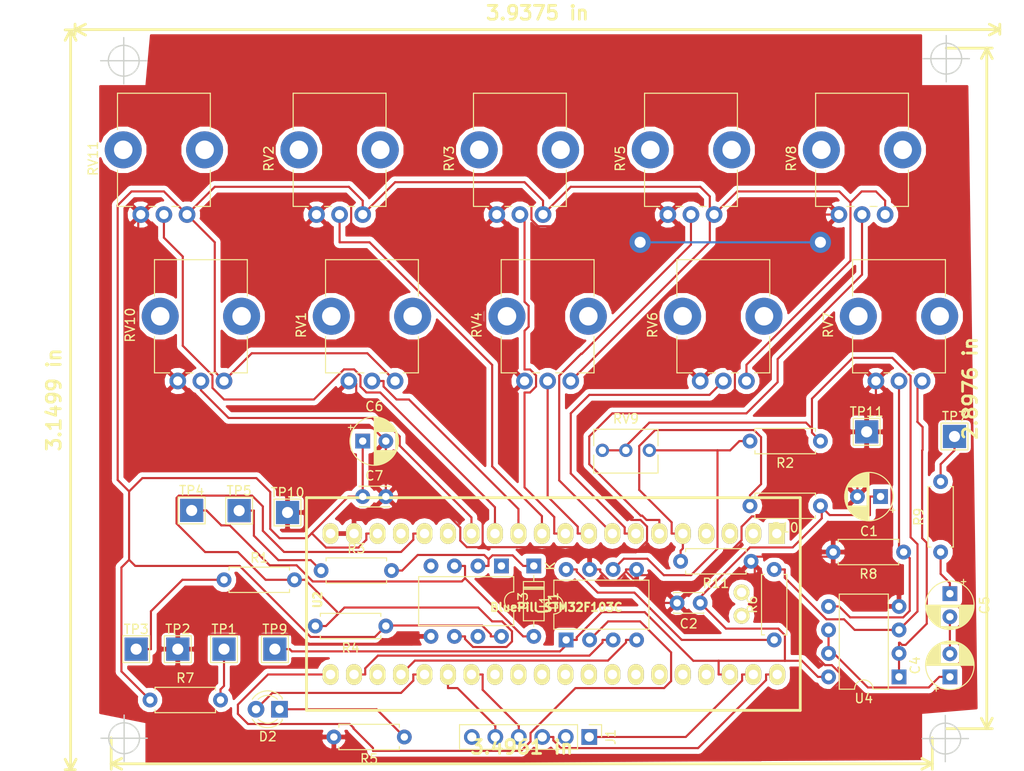
<source format=kicad_pcb>
(kicad_pcb (version 20171130) (host pcbnew 5.0.2+dfsg1-1~bpo9+1)
  (layers (0 F.Cu signal) (31 B.Cu signal) (34 B.Paste user) (35 F.Paste user) (36 B.SilkS user) (37 F.SilkS user) (38 B.Mask user) (39 F.Mask user) (44 Edge.Cuts user))
  (net 0 "")
  (net 1 "Net-(D1-Pad1)")
  (net 2 "Net-(D1-Pad2)")
  (net 3 "Net-(RV6-Pad2)")
  (net 4 "Net-(RV5-Pad2)")
  (net 5 "Net-(RV4-Pad2)")
  (net 6 "Net-(RV3-Pad2)")
  (net 7 "Net-(RV2-Pad2)")
  (net 8 "Net-(RV1-Pad2)")
  (net 9 "Net-(R1-Pad2)")
  (net 10 +3V3)
  (net 11 GND)
  (net 12 "Net-(D2-Pad2)")
  (net 13 "Net-(J1-Pad4)")
  (net 14 "Net-(J1-Pad3)")
  (net 15 "Net-(R6-Pad1)")
  (net 16 "Net-(J1-Pad1)")
  (net 17 "Net-(D2-Pad1)")
  (net 18 "Net-(R1-Pad1)")
  (net 19 "Net-(R2-Pad2)")
  (net 20 "Net-(R3-Pad1)")
  (net 21 "Net-(R8-Pad1)")
  (net 22 "Net-(RV8-Pad2)")
  (net 23 "Net-(J1-Pad5)")
  (net 24 "Net-(R2-Pad1)")
  (net 25 DAC_out)
  (net 26 "Net-(R7-Pad2)")
  (net 27 "Net-(RV10-Pad2)")
  (net 28 "Net-(RV11-Pad2)")
  (net 29 "Net-(U1-Pad2)")
  (net 30 "Net-(U1-Pad3)")
  (net 31 "Net-(U1-Pad4)")
  (net 32 "Net-(C1-Pad1)")
  (net 33 "Net-(C4-Pad1)")
  (net 34 "Net-(C4-Pad2)")
  (net 35 "Net-(C5-Pad1)")
  (net 36 "Net-(R9-Pad2)")
  (net 37 "Net-(R10-Pad2)")
  (net 38 "Net-(J1-Pad2)")
  (net 39 "Net-(J1-Pad6)")
  (net 40 "Net-(U2-Pad1)")
  (net 41 "Net-(U2-Pad2)")
  (net 42 "Net-(U2-Pad3)")
  (net 43 "Net-(U2-Pad4)")
  (net 44 "Net-(U2-Pad15)")
  (net 45 "Net-(U2-Pad17)")
  (net 46 "Net-(U2-Pad23)")
  (net 47 "Net-(U2-Pad28)")
  (net 48 "Net-(U2-Pad29)")
  (net 49 "Net-(U2-Pad30)")
  (net 50 "Net-(U2-Pad31)")
  (net 51 "Net-(U2-Pad32)")
  (net 52 "Net-(U2-Pad33)")
  (net 53 "Net-(U2-Pad34)")
  (net 54 "Net-(U2-Pad35)")
  (net 55 "Net-(U2-Pad36)")
  (net 56 "Net-(U2-Pad37)")
  (net 57 "Net-(U2-Pad41)")
  (net 58 "Net-(U2-Pad42)")
  (net 59 "Net-(U3-Pad4)")
  (net 60 "Net-(U3-Pad7)")
  (net 61 "Net-(U3-Pad1)")
  (module BluePill_breakouts:BluePill_STM32F103C (layer F.Cu) (at 119.23 73.5 270)
    (fp_text reference U2 (at 7.1628 49.6062 90) (layer F.SilkS) (effects (font (size 0.889 0.889) (thickness 0.3048))))
    (fp_text value BluePill_STM32F103C (at 7.9756 23.7998) (layer F.SilkS) (effects (font (size 0.889 0.889) (thickness 0.22225))))
    (pad 1 thru_hole rect (at 0 -0.0508 180) (size 1.7272 2.25) (drill 1.016) (layers *.Cu *.Mask F.SilkS) (net 40 "Net-(U2-Pad1)"))
    (pad 2 thru_hole oval (at 0 2.4892 180) (size 1.7272 2.25) (drill 1.016) (layers *.Cu *.Mask F.SilkS) (net 41 "Net-(U2-Pad2)"))
    (pad 3 thru_hole oval (at 0 5.0292 180) (size 1.7272 2.25) (drill 1.016) (layers *.Cu *.Mask F.SilkS) (net 42 "Net-(U2-Pad3)"))
    (pad 4 thru_hole oval (at 0 7.5692 180) (size 1.7272 2.25) (drill 1.016) (layers *.Cu *.Mask F.SilkS) (net 43 "Net-(U2-Pad4)"))
    (pad 5 thru_hole oval (at 0 10.1092 180) (size 1.7272 2.25) (drill 1.016) (layers *.Cu *.Mask F.SilkS) (net 37 "Net-(R10-Pad2)"))
    (pad 6 thru_hole oval (at 0 12.6492 180) (size 1.7272 2.25) (drill 1.016) (layers *.Cu *.Mask F.SilkS) (net 22 "Net-(RV8-Pad2)"))
    (pad 7 thru_hole oval (at 0 15.1892 180) (size 1.7272 2.25) (drill 1.016) (layers *.Cu *.Mask F.SilkS) (net 3 "Net-(RV6-Pad2)"))
    (pad 8 thru_hole oval (at 0 17.7292 180) (size 1.7272 2.25) (drill 1.016) (layers *.Cu *.Mask F.SilkS) (net 4 "Net-(RV5-Pad2)"))
    (pad 9 thru_hole oval (at 0 20.2692 180) (size 1.7272 2.25) (drill 1.016) (layers *.Cu *.Mask F.SilkS) (net 5 "Net-(RV4-Pad2)"))
    (pad 10 thru_hole oval (at 0 22.8092 180) (size 1.7272 2.25) (drill 1.016) (layers *.Cu *.Mask F.SilkS) (net 6 "Net-(RV3-Pad2)"))
    (pad 11 thru_hole oval (at 0 25.3492 180) (size 1.7272 2.25) (drill 1.016) (layers *.Cu *.Mask F.SilkS) (net 7 "Net-(RV2-Pad2)"))
    (pad 12 thru_hole oval (at 0 27.8892 180) (size 1.7272 2.25) (drill 1.016) (layers *.Cu *.Mask F.SilkS) (net 8 "Net-(RV1-Pad2)"))
    (pad 13 thru_hole oval (at 0 30.4292 180) (size 1.7272 2.25) (drill 1.016) (layers *.Cu *.Mask F.SilkS) (net 28 "Net-(RV11-Pad2)"))
    (pad 14 thru_hole oval (at 0 32.9692 180) (size 1.7272 2.25) (drill 1.016) (layers *.Cu *.Mask F.SilkS) (net 27 "Net-(RV10-Pad2)"))
    (pad 15 thru_hole oval (at 0 35.5092 180) (size 1.7272 2.25) (drill 1.016) (layers *.Cu *.Mask F.SilkS) (net 44 "Net-(U2-Pad15)"))
    (pad 16 thru_hole oval (at 0 38.0492 180) (size 1.7272 2.25) (drill 1.016) (layers *.Cu *.Mask F.SilkS) (net 9 "Net-(R1-Pad2)"))
    (pad 17 thru_hole oval (at 0 40.5892 180) (size 1.7272 2.25) (drill 1.016) (layers *.Cu *.Mask F.SilkS) (net 45 "Net-(U2-Pad17)"))
    (pad 18 thru_hole oval (at 0 43.1292 180) (size 1.7272 2.25) (drill 1.016) (layers *.Cu *.Mask F.SilkS) (net 10 +3V3))
    (pad 19 thru_hole oval (at 0 45.6692 180) (size 1.7272 2.25) (drill 1.016) (layers *.Cu *.Mask F.SilkS) (net 11 GND))
    (pad 20 thru_hole oval (at 0 48.2092 180) (size 1.7272 2.25) (drill 1.016) (layers *.Cu *.Mask F.SilkS) (net 11 GND))
    (pad 21 thru_hole oval (at 15.24 48.2092) (size 1.7272 2.25) (drill 1.016) (layers *.Cu *.Mask F.SilkS) (net 29 "Net-(U1-Pad2)"))
    (pad 22 thru_hole oval (at 15.24 45.6692) (size 1.7272 2.25) (drill 1.016) (layers *.Cu *.Mask F.SilkS) (net 30 "Net-(U1-Pad3)"))
    (pad 23 thru_hole oval (at 15.24 43.1292) (size 1.7272 2.25) (drill 1.016) (layers *.Cu *.Mask F.SilkS) (net 46 "Net-(U2-Pad23)"))
    (pad 24 thru_hole oval (at 15.24 40.5892) (size 1.7272 2.25) (drill 1.016) (layers *.Cu *.Mask F.SilkS) (net 31 "Net-(U1-Pad4)"))
    (pad 25 thru_hole oval (at 15.24 38.0492) (size 1.7272 2.25) (drill 1.016) (layers *.Cu *.Mask F.SilkS) (net 12 "Net-(D2-Pad2)"))
    (pad 26 thru_hole oval (at 15.24 35.5092) (size 1.7272 2.25) (drill 1.016) (layers *.Cu *.Mask F.SilkS) (net 23 "Net-(J1-Pad5)"))
    (pad 27 thru_hole oval (at 15.24 32.9692) (size 1.7272 2.25) (drill 1.016) (layers *.Cu *.Mask F.SilkS) (net 13 "Net-(J1-Pad4)"))
    (pad 28 thru_hole oval (at 15.24 30.4292) (size 1.7272 2.25) (drill 1.016) (layers *.Cu *.Mask F.SilkS) (net 47 "Net-(U2-Pad28)"))
    (pad 29 thru_hole oval (at 15.24 27.8892) (size 1.7272 2.25) (drill 1.016) (layers *.Cu *.Mask F.SilkS) (net 48 "Net-(U2-Pad29)"))
    (pad 30 thru_hole oval (at 15.24 25.3492) (size 1.7272 2.25) (drill 1.016) (layers *.Cu *.Mask F.SilkS) (net 49 "Net-(U2-Pad30)"))
    (pad 31 thru_hole oval (at 15.24 22.8092) (size 1.7272 2.25) (drill 1.016) (layers *.Cu *.Mask F.SilkS) (net 50 "Net-(U2-Pad31)"))
    (pad 32 thru_hole oval (at 15.24 20.2692) (size 1.7272 2.25) (drill 1.016) (layers *.Cu *.Mask F.SilkS) (net 51 "Net-(U2-Pad32)"))
    (pad 33 thru_hole oval (at 15.24 17.7292) (size 1.7272 2.25) (drill 1.016) (layers *.Cu *.Mask F.SilkS) (net 52 "Net-(U2-Pad33)"))
    (pad 34 thru_hole oval (at 15.24 15.1892) (size 1.7272 2.25) (drill 1.016) (layers *.Cu *.Mask F.SilkS) (net 53 "Net-(U2-Pad34)"))
    (pad 35 thru_hole oval (at 15.24 12.6492) (size 1.7272 2.25) (drill 1.016) (layers *.Cu *.Mask F.SilkS) (net 54 "Net-(U2-Pad35)"))
    (pad 36 thru_hole oval (at 15.24 10.1092) (size 1.7272 2.25) (drill 1.016) (layers *.Cu *.Mask F.SilkS) (net 55 "Net-(U2-Pad36)"))
    (pad 37 thru_hole oval (at 15.24 7.5692) (size 1.7272 2.25) (drill 1.016) (layers *.Cu *.Mask F.SilkS) (net 56 "Net-(U2-Pad37)"))
    (pad 38 thru_hole oval (at 15.24 5.0292) (size 1.7272 2.25) (drill 1.016) (layers *.Cu *.Mask F.SilkS) (net 32 "Net-(C1-Pad1)"))
    (pad 39 thru_hole oval (at 15.24 2.4892) (size 1.7272 2.25) (drill 1.016) (layers *.Cu *.Mask F.SilkS) (net 16 "Net-(J1-Pad1)"))
    (pad 40 thru_hole oval (at 15.24 -0.1016) (size 1.7272 2.25) (drill 1.016) (layers *.Cu *.Mask F.SilkS) (net 14 "Net-(J1-Pad3)"))
    (pad 41 thru_hole oval (at 8.9 3.7592) (size 1.7272 1.7272) (drill 1.016) (layers *.Cu *.Mask F.SilkS) (net 57 "Net-(U2-Pad41)"))
    (pad 42 thru_hole oval (at 6.36 3.7592) (size 1.7272 1.7272) (drill 1.016) (layers *.Cu *.Mask F.SilkS) (net 58 "Net-(U2-Pad42)"))
  )
  (module Diode_THT:D_DO-35_SOD27_P7.62mm_Horizontal (layer F.Cu) (at 93 77 270)
    (fp_text reference D1 (at 3.81 -2.12 270) (layer F.SilkS))
    (fp_text value 1N914)
    (fp_text user K (at 0 -1.8 270) (layer F.SilkS))
    (pad 1 thru_hole rect (at 0 0 270) (size 1.6 1.6) (drill 0.8) (layers *.Cu *.Mask) (net 1 "Net-(D1-Pad1)"))
    (pad 2 thru_hole oval (at 7.62 0 270) (size 1.6 1.6) (drill 0.8) (layers *.Cu *.Mask) (net 2 "Net-(D1-Pad2)"))
  )
  (module LED_THT:LED_D3.0mm (layer F.Cu) (at 65.5 92.5 180)
    (fp_text reference D2 (at 1.27 -2.96 180) (layer F.SilkS))
    (fp_text value LED)
    (pad 1 thru_hole rect (at 0 0 180) (size 1.8 1.8) (drill 0.9) (layers *.Cu *.Mask) (net 17 "Net-(D2-Pad1)"))
    (pad 2 thru_hole circle (at 2.54 0 180) (size 1.8 1.8) (drill 0.9) (layers *.Cu *.Mask) (net 12 "Net-(D2-Pad2)"))
  )
  (module Resistor_THT:R_Axial_DIN0207_L6.3mm_D2.5mm_P7.62mm_Horizontal (layer F.Cu) (at 59.5 78.5)
    (fp_text reference R1 (at 3.81 -2.37) (layer F.SilkS))
    (fp_text value 10)
    (pad 1 thru_hole circle (at 0 0) (size 1.6 1.6) (drill 0.8) (layers *.Cu *.Mask) (net 18 "Net-(R1-Pad1)"))
    (pad 2 thru_hole oval (at 7.62 0) (size 1.6 1.6) (drill 0.8) (layers *.Cu *.Mask) (net 9 "Net-(R1-Pad2)"))
  )
  (module Resistor_THT:R_Axial_DIN0207_L6.3mm_D2.5mm_P7.62mm_Horizontal (layer F.Cu) (at 124 63.5 180)
    (fp_text reference R2 (at 3.81 -2.37 180) (layer F.SilkS))
    (fp_text value 220)
    (pad 1 thru_hole circle (at 0 0 180) (size 1.6 1.6) (drill 0.8) (layers *.Cu *.Mask) (net 24 "Net-(R2-Pad1)"))
    (pad 2 thru_hole oval (at 7.62 0 180) (size 1.6 1.6) (drill 0.8) (layers *.Cu *.Mask) (net 19 "Net-(R2-Pad2)"))
  )
  (module Resistor_THT:R_Axial_DIN0207_L6.3mm_D2.5mm_P7.62mm_Horizontal (layer F.Cu) (at 70 77.5)
    (fp_text reference R3 (at 3.81 -2.37) (layer F.SilkS))
    (fp_text value 220)
    (pad 2 thru_hole oval (at 7.62 0) (size 1.6 1.6) (drill 0.8) (layers *.Cu *.Mask) (net 1 "Net-(D1-Pad1)"))
    (pad 1 thru_hole circle (at 0 0) (size 1.6 1.6) (drill 0.8) (layers *.Cu *.Mask) (net 20 "Net-(R3-Pad1)"))
  )
  (module Resistor_THT:R_Axial_DIN0207_L6.3mm_D2.5mm_P7.62mm_Horizontal (layer F.Cu) (at 77 83.5 180)
    (fp_text reference R4 (at 3.81 -2.37 180) (layer F.SilkS))
    (fp_text value 220)
    (pad 1 thru_hole circle (at 0 0 180) (size 1.6 1.6) (drill 0.8) (layers *.Cu *.Mask) (net 10 +3V3))
    (pad 2 thru_hole oval (at 7.62 0 180) (size 1.6 1.6) (drill 0.8) (layers *.Cu *.Mask) (net 9 "Net-(R1-Pad2)"))
  )
  (module Resistor_THT:R_Axial_DIN0207_L6.3mm_D2.5mm_P7.62mm_Horizontal (layer F.Cu) (at 79 95.5 180)
    (fp_text reference R5 (at 3.81 -2.37 180) (layer F.SilkS))
    (fp_text value 220)
    (pad 1 thru_hole circle (at 0 0 180) (size 1.6 1.6) (drill 0.8) (layers *.Cu *.Mask) (net 17 "Net-(D2-Pad1)"))
    (pad 2 thru_hole oval (at 7.62 0 180) (size 1.6 1.6) (drill 0.8) (layers *.Cu *.Mask) (net 11 GND))
  )
  (module Resistor_THT:R_Axial_DIN0207_L6.3mm_D2.5mm_P7.62mm_Horizontal (layer F.Cu) (at 119 85 90)
    (fp_text reference R6 (at 3.81 -2.37 90) (layer F.SilkS))
    (fp_text value 470k)
    (pad 2 thru_hole oval (at 7.62 0 90) (size 1.6 1.6) (drill 0.8) (layers *.Cu *.Mask) (net 24 "Net-(R2-Pad1)"))
    (pad 1 thru_hole circle (at 0 0 90) (size 1.6 1.6) (drill 0.8) (layers *.Cu *.Mask) (net 15 "Net-(R6-Pad1)"))
  )
  (module Potentiometer_THT:Potentiometer_Alps_RK09K_Single_Vertical (layer F.Cu) (at 78 57 90)
    (fp_text reference RV1 (at 6.05 -10.15 90) (layer F.SilkS))
    (fp_text value 10K)
    (pad "" np_thru_hole circle (at 7 1.9 90) (size 4 4) (drill 2) (layers *.Cu *.Mask))
    (pad "" np_thru_hole circle (at 7 -6.9 90) (size 4 4) (drill 2) (layers *.Cu *.Mask))
    (pad 1 thru_hole circle (at 0 0 90) (size 1.8 1.8) (drill 1) (layers *.Cu *.Mask) (net 10 +3V3))
    (pad 2 thru_hole circle (at 0 -2.5 90) (size 1.8 1.8) (drill 1) (layers *.Cu *.Mask) (net 8 "Net-(RV1-Pad2)"))
    (pad 3 thru_hole circle (at 0 -5 90) (size 1.8 1.8) (drill 1) (layers *.Cu *.Mask) (net 11 GND))
  )
  (module Potentiometer_THT:Potentiometer_Alps_RK09K_Single_Vertical (layer F.Cu) (at 74.5 39 90)
    (fp_text reference RV2 (at 6.05 -10.15 90) (layer F.SilkS))
    (fp_text value 10K)
    (pad 3 thru_hole circle (at 0 -5 90) (size 1.8 1.8) (drill 1) (layers *.Cu *.Mask) (net 11 GND))
    (pad 2 thru_hole circle (at 0 -2.5 90) (size 1.8 1.8) (drill 1) (layers *.Cu *.Mask) (net 7 "Net-(RV2-Pad2)"))
    (pad 1 thru_hole circle (at 0 0 90) (size 1.8 1.8) (drill 1) (layers *.Cu *.Mask) (net 10 +3V3))
    (pad "" np_thru_hole circle (at 7 -6.9 90) (size 4 4) (drill 2) (layers *.Cu *.Mask))
    (pad "" np_thru_hole circle (at 7 1.9 90) (size 4 4) (drill 2) (layers *.Cu *.Mask))
  )
  (module Potentiometer_THT:Potentiometer_Alps_RK09K_Single_Vertical (layer F.Cu) (at 94 39 90)
    (fp_text reference RV3 (at 6.05 -10.15 90) (layer F.SilkS))
    (fp_text value 10K)
    (pad 3 thru_hole circle (at 0 -5 90) (size 1.8 1.8) (drill 1) (layers *.Cu *.Mask) (net 11 GND))
    (pad 2 thru_hole circle (at 0 -2.5 90) (size 1.8 1.8) (drill 1) (layers *.Cu *.Mask) (net 6 "Net-(RV3-Pad2)"))
    (pad 1 thru_hole circle (at 0 0 90) (size 1.8 1.8) (drill 1) (layers *.Cu *.Mask) (net 10 +3V3))
    (pad "" np_thru_hole circle (at 7 -6.9 90) (size 4 4) (drill 2) (layers *.Cu *.Mask))
    (pad "" np_thru_hole circle (at 7 1.9 90) (size 4 4) (drill 2) (layers *.Cu *.Mask))
  )
  (module Potentiometer_THT:Potentiometer_Alps_RK09K_Single_Vertical (layer F.Cu) (at 97 57 90)
    (fp_text reference RV4 (at 6.05 -10.15 90) (layer F.SilkS))
    (fp_text value 10K)
    (pad "" np_thru_hole circle (at 7 1.9 90) (size 4 4) (drill 2) (layers *.Cu *.Mask))
    (pad "" np_thru_hole circle (at 7 -6.9 90) (size 4 4) (drill 2) (layers *.Cu *.Mask))
    (pad 1 thru_hole circle (at 0 0 90) (size 1.8 1.8) (drill 1) (layers *.Cu *.Mask) (net 10 +3V3))
    (pad 2 thru_hole circle (at 0 -2.5 90) (size 1.8 1.8) (drill 1) (layers *.Cu *.Mask) (net 5 "Net-(RV4-Pad2)"))
    (pad 3 thru_hole circle (at 0 -5 90) (size 1.8 1.8) (drill 1) (layers *.Cu *.Mask) (net 11 GND))
  )
  (module Potentiometer_THT:Potentiometer_Alps_RK09K_Single_Vertical (layer F.Cu) (at 112.5 39 90)
    (fp_text reference RV5 (at 6.05 -10.15 90) (layer F.SilkS))
    (fp_text value 10K)
    (pad 3 thru_hole circle (at 0 -5 90) (size 1.8 1.8) (drill 1) (layers *.Cu *.Mask) (net 11 GND))
    (pad 2 thru_hole circle (at 0 -2.5 90) (size 1.8 1.8) (drill 1) (layers *.Cu *.Mask) (net 4 "Net-(RV5-Pad2)"))
    (pad 1 thru_hole circle (at 0 0 90) (size 1.8 1.8) (drill 1) (layers *.Cu *.Mask) (net 10 +3V3))
    (pad "" np_thru_hole circle (at 7 -6.9 90) (size 4 4) (drill 2) (layers *.Cu *.Mask))
    (pad "" np_thru_hole circle (at 7 1.9 90) (size 4 4) (drill 2) (layers *.Cu *.Mask))
  )
  (module Potentiometer_THT:Potentiometer_Alps_RK09K_Single_Vertical (layer F.Cu) (at 116 57 90)
    (fp_text reference RV6 (at 6.05 -10.15 90) (layer F.SilkS))
    (fp_text value 10K)
    (pad "" np_thru_hole circle (at 7 1.9 90) (size 4 4) (drill 2) (layers *.Cu *.Mask))
    (pad "" np_thru_hole circle (at 7 -6.9 90) (size 4 4) (drill 2) (layers *.Cu *.Mask))
    (pad 1 thru_hole circle (at 0 0 90) (size 1.8 1.8) (drill 1) (layers *.Cu *.Mask) (net 10 +3V3))
    (pad 2 thru_hole circle (at 0 -2.5 90) (size 1.8 1.8) (drill 1) (layers *.Cu *.Mask) (net 3 "Net-(RV6-Pad2)"))
    (pad 3 thru_hole circle (at 0 -5 90) (size 1.8 1.8) (drill 1) (layers *.Cu *.Mask) (net 11 GND))
  )
  (module Potentiometer_THT:Potentiometer_Alps_RK09K_Single_Vertical (layer F.Cu) (at 135 57 90)
    (fp_text reference RV7 (at 6.05 -10.15 90) (layer F.SilkS))
    (fp_text value 10K)
    (pad 3 thru_hole circle (at 0 -5 90) (size 1.8 1.8) (drill 1) (layers *.Cu *.Mask) (net 11 GND))
    (pad 2 thru_hole circle (at 0 -2.5 90) (size 1.8 1.8) (drill 1) (layers *.Cu *.Mask) (net 21 "Net-(R8-Pad1)"))
    (pad 1 thru_hole circle (at 0 0 90) (size 1.8 1.8) (drill 1) (layers *.Cu *.Mask) (net 25 DAC_out))
    (pad "" np_thru_hole circle (at 7 -6.9 90) (size 4 4) (drill 2) (layers *.Cu *.Mask))
    (pad "" np_thru_hole circle (at 7 1.9 90) (size 4 4) (drill 2) (layers *.Cu *.Mask))
  )
  (module Potentiometer_THT:Potentiometer_Alps_RK09K_Single_Vertical (layer F.Cu) (at 131 39 90)
    (fp_text reference RV8 (at 6.05 -10.15 90) (layer F.SilkS))
    (fp_text value 10K)
    (pad "" np_thru_hole circle (at 7 1.9 90) (size 4 4) (drill 2) (layers *.Cu *.Mask))
    (pad "" np_thru_hole circle (at 7 -6.9 90) (size 4 4) (drill 2) (layers *.Cu *.Mask))
    (pad 1 thru_hole circle (at 0 0 90) (size 1.8 1.8) (drill 1) (layers *.Cu *.Mask) (net 10 +3V3))
    (pad 2 thru_hole circle (at 0 -2.5 90) (size 1.8 1.8) (drill 1) (layers *.Cu *.Mask) (net 22 "Net-(RV8-Pad2)"))
    (pad 3 thru_hole circle (at 0 -5 90) (size 1.8 1.8) (drill 1) (layers *.Cu *.Mask) (net 11 GND))
  )
  (module TestPoint:TestPoint_THTPad_2.5x2.5mm_Drill1.2mm (layer F.Cu) (at 59.5 86)
    (fp_text reference TP1 (at 0 -2.148) (layer F.SilkS))
    (fp_text value T4)
    (pad 1 thru_hole rect (at 0 0) (size 2.5 2.5) (drill 1.2) (layers *.Cu *.Mask) (net 26 "Net-(R7-Pad2)"))
  )
  (module TestPoint:TestPoint_THTPad_2.5x2.5mm_Drill1.2mm (layer F.Cu) (at 54.5 86)
    (fp_text reference TP2 (at 0 -2.148) (layer F.SilkS))
    (fp_text value T2)
    (pad 1 thru_hole rect (at 0 0) (size 2.5 2.5) (drill 1.2) (layers *.Cu *.Mask) (net 11 GND))
  )
  (module TestPoint:TestPoint_THTPad_2.5x2.5mm_Drill1.2mm (layer F.Cu) (at 50 86)
    (fp_text reference TP3 (at 0 -2.148) (layer F.SilkS))
    (fp_text value T5)
    (pad 1 thru_hole rect (at 0 0) (size 2.5 2.5) (drill 1.2) (layers *.Cu *.Mask) (net 18 "Net-(R1-Pad1)"))
  )
  (module TestPoint:TestPoint_THTPad_2.5x2.5mm_Drill1.2mm (layer F.Cu) (at 56 71)
    (fp_text reference TP4 (at 0 -2.148) (layer F.SilkS))
    (fp_text value IN5)
    (pad 1 thru_hole rect (at 0 0) (size 2.5 2.5) (drill 1.2) (layers *.Cu *.Mask) (net 2 "Net-(D1-Pad2)"))
  )
  (module TestPoint:TestPoint_THTPad_2.5x2.5mm_Drill1.2mm (layer F.Cu) (at 61.1364 71.0184)
    (fp_text reference TP5 (at 0 -2.148) (layer F.SilkS))
    (fp_text value IN4)
    (pad 1 thru_hole rect (at 0 0) (size 2.5 2.5) (drill 1.2) (layers *.Cu *.Mask) (net 20 "Net-(R3-Pad1)"))
  )
  (module TestPoint:TestPoint_THTPad_2.5x2.5mm_Drill1.2mm (layer F.Cu) (at 138.5 63)
    (fp_text reference TP7 (at 0 -2.148) (layer F.SilkS))
    (fp_text value out1)
    (pad 1 thru_hole rect (at 0 0) (size 2.5 2.5) (drill 1.2) (layers *.Cu *.Mask) (net 36 "Net-(R9-Pad2)"))
  )
  (module TestPoint:TestPoint_THTPad_2.5x2.5mm_Drill1.2mm (layer F.Cu) (at 65 86)
    (fp_text reference TP9 (at 0 -2.148) (layer F.SilkS))
    (fp_text value Batt+)
    (pad 1 thru_hole rect (at 0 0) (size 2.5 2.5) (drill 1.2) (layers *.Cu *.Mask) (net 32 "Net-(C1-Pad1)"))
  )
  (module TestPoint:TestPoint_THTPad_2.5x2.5mm_Drill1.2mm (layer F.Cu) (at 66.3688 71.2216)
    (fp_text reference TP10 (at 0 -2.148) (layer F.SilkS))
    (fp_text value Batt-)
    (pad 1 thru_hole rect (at 0 0) (size 2.5 2.5) (drill 1.2) (layers *.Cu *.Mask) (net 11 GND))
  )
  (module TestPoint:TestPoint_THTPad_2.5x2.5mm_Drill1.2mm (layer F.Cu) (at 129 62.5)
    (fp_text reference TP11 (at 0 -2.148) (layer F.SilkS))
    (fp_text value GND)
    (pad 1 thru_hole rect (at 0 0) (size 2.5 2.5) (drill 1.2) (layers *.Cu *.Mask) (net 11 GND))
  )
  (module Resistor_THT:R_Axial_DIN0207_L6.3mm_D2.5mm_P7.62mm_Horizontal (layer F.Cu) (at 133 75.5 180)
    (fp_text reference R8 (at 3.81 -2.37 180) (layer F.SilkS))
    (fp_text value 1k)
    (pad 2 thru_hole oval (at 7.62 0 180) (size 1.6 1.6) (drill 0.8) (layers *.Cu *.Mask) (net 11 GND))
    (pad 1 thru_hole circle (at 0 0 180) (size 1.6 1.6) (drill 0.8) (layers *.Cu *.Mask) (net 21 "Net-(R8-Pad1)"))
  )
  (module Connector_PinHeader_2.54mm:PinHeader_1x06_P2.54mm_Vertical (layer F.Cu) (at 99 95.5 270)
    (fp_text reference J1 (at 0 -2.33 270) (layer F.SilkS))
    (fp_text value Conn_01x06_Female)
    (pad 1 thru_hole rect (at 0 0 270) (size 1.7 1.7) (drill 1) (layers *.Cu *.Mask) (net 16 "Net-(J1-Pad1)"))
    (pad 2 thru_hole oval (at 0 2.54 270) (size 1.7 1.7) (drill 1) (layers *.Cu *.Mask) (net 38 "Net-(J1-Pad2)"))
    (pad 3 thru_hole oval (at 0 5.08 270) (size 1.7 1.7) (drill 1) (layers *.Cu *.Mask) (net 14 "Net-(J1-Pad3)"))
    (pad 4 thru_hole oval (at 0 7.62 270) (size 1.7 1.7) (drill 1) (layers *.Cu *.Mask) (net 13 "Net-(J1-Pad4)"))
    (pad 5 thru_hole oval (at 0 10.16 270) (size 1.7 1.7) (drill 1) (layers *.Cu *.Mask) (net 23 "Net-(J1-Pad5)"))
    (pad 6 thru_hole oval (at 0 12.7 270) (size 1.7 1.7) (drill 1) (layers *.Cu *.Mask) (net 39 "Net-(J1-Pad6)"))
  )
  (module Resistor_THT:R_Axial_DIN0207_L6.3mm_D2.5mm_P7.62mm_Horizontal (layer F.Cu) (at 51.5 91.5)
    (fp_text reference R7 (at 3.81 -2.37) (layer F.SilkS))
    (fp_text value 33)
    (pad 1 thru_hole circle (at 0 0) (size 1.6 1.6) (drill 0.8) (layers *.Cu *.Mask) (net 10 +3V3))
    (pad 2 thru_hole oval (at 7.62 0) (size 1.6 1.6) (drill 0.8) (layers *.Cu *.Mask) (net 26 "Net-(R7-Pad2)"))
  )
  (module Potentiometer_THT:Potentiometer_Bourns_3266Y_Vertical (layer F.Cu) (at 105.5 64.5)
    (fp_text reference RV9 (at -2.54 -3.41) (layer F.SilkS))
    (fp_text value 1k_Trim)
    (pad 1 thru_hole circle (at 0 0) (size 1.44 1.44) (drill 0.8) (layers *.Cu *.Mask) (net 19 "Net-(R2-Pad2)"))
    (pad 2 thru_hole circle (at -2.54 0) (size 1.44 1.44) (drill 0.8) (layers *.Cu *.Mask) (net 24 "Net-(R2-Pad1)"))
    (pad 3 thru_hole circle (at -5.08 0) (size 1.44 1.44) (drill 0.8) (layers *.Cu *.Mask) (net 24 "Net-(R2-Pad1)"))
  )
  (module Potentiometer_THT:Potentiometer_Alps_RK09K_Single_Vertical (layer F.Cu) (at 59.5 57 90)
    (fp_text reference RV10 (at 6.05 -10.15 90) (layer F.SilkS))
    (fp_text value 10K)
    (pad "" np_thru_hole circle (at 7 1.9 90) (size 4 4) (drill 2) (layers *.Cu *.Mask))
    (pad "" np_thru_hole circle (at 7 -6.9 90) (size 4 4) (drill 2) (layers *.Cu *.Mask))
    (pad 1 thru_hole circle (at 0 0 90) (size 1.8 1.8) (drill 1) (layers *.Cu *.Mask) (net 10 +3V3))
    (pad 2 thru_hole circle (at 0 -2.5 90) (size 1.8 1.8) (drill 1) (layers *.Cu *.Mask) (net 27 "Net-(RV10-Pad2)"))
    (pad 3 thru_hole circle (at 0 -5 90) (size 1.8 1.8) (drill 1) (layers *.Cu *.Mask) (net 11 GND))
  )
  (module Potentiometer_THT:Potentiometer_Alps_RK09K_Single_Vertical (layer F.Cu) (at 55.5 39 90)
    (fp_text reference RV11 (at 6.05 -10.15 90) (layer F.SilkS))
    (fp_text value 10K)
    (pad 3 thru_hole circle (at 0 -5 90) (size 1.8 1.8) (drill 1) (layers *.Cu *.Mask) (net 11 GND))
    (pad 2 thru_hole circle (at 0 -2.5 90) (size 1.8 1.8) (drill 1) (layers *.Cu *.Mask) (net 28 "Net-(RV11-Pad2)"))
    (pad 1 thru_hole circle (at 0 0 90) (size 1.8 1.8) (drill 1) (layers *.Cu *.Mask) (net 10 +3V3))
    (pad "" np_thru_hole circle (at 7 -6.9 90) (size 4 4) (drill 2) (layers *.Cu *.Mask))
    (pad "" np_thru_hole circle (at 7 1.9 90) (size 4 4) (drill 2) (layers *.Cu *.Mask))
  )
  (module Package_DIP:DIP-8_W7.62mm (layer F.Cu) (at 96.5 85 90)
    (fp_text reference U1 (at 3.81 -2.33 90) (layer F.SilkS))
    (fp_text value MCP4822)
    (pad 1 thru_hole rect (at 0 0 90) (size 1.6 1.6) (drill 0.8) (layers *.Cu *.Mask) (net 32 "Net-(C1-Pad1)"))
    (pad 5 thru_hole oval (at 7.62 7.62 90) (size 1.6 1.6) (drill 0.8) (layers *.Cu *.Mask) (net 11 GND))
    (pad 2 thru_hole oval (at 0 2.54 90) (size 1.6 1.6) (drill 0.8) (layers *.Cu *.Mask) (net 29 "Net-(U1-Pad2)"))
    (pad 6 thru_hole oval (at 7.62 5.08 90) (size 1.6 1.6) (drill 0.8) (layers *.Cu *.Mask) (net 19 "Net-(R2-Pad2)"))
    (pad 3 thru_hole oval (at 0 5.08 90) (size 1.6 1.6) (drill 0.8) (layers *.Cu *.Mask) (net 30 "Net-(U1-Pad3)"))
    (pad 7 thru_hole oval (at 7.62 2.54 90) (size 1.6 1.6) (drill 0.8) (layers *.Cu *.Mask) (net 11 GND))
    (pad 4 thru_hole oval (at 0 7.62 90) (size 1.6 1.6) (drill 0.8) (layers *.Cu *.Mask) (net 31 "Net-(U1-Pad4)"))
    (pad 8 thru_hole oval (at 7.62 0 90) (size 1.6 1.6) (drill 0.8) (layers *.Cu *.Mask) (net 15 "Net-(R6-Pad1)"))
  )
  (module Package_DIP:DIP-8_W7.62mm (layer F.Cu) (at 89.5 77 270)
    (fp_text reference U3 (at 3.81 -2.33 270) (layer F.SilkS))
    (fp_text value 6N138)
    (pad 8 thru_hole oval (at 7.62 0 270) (size 1.6 1.6) (drill 0.8) (layers *.Cu *.Mask) (net 10 +3V3))
    (pad 4 thru_hole oval (at 0 7.62 270) (size 1.6 1.6) (drill 0.8) (layers *.Cu *.Mask) (net 59 "Net-(U3-Pad4)"))
    (pad 7 thru_hole oval (at 7.62 2.54 270) (size 1.6 1.6) (drill 0.8) (layers *.Cu *.Mask) (net 60 "Net-(U3-Pad7)"))
    (pad 3 thru_hole oval (at 0 5.08 270) (size 1.6 1.6) (drill 0.8) (layers *.Cu *.Mask) (net 2 "Net-(D1-Pad2)"))
    (pad 6 thru_hole oval (at 7.62 5.08 270) (size 1.6 1.6) (drill 0.8) (layers *.Cu *.Mask) (net 9 "Net-(R1-Pad2)"))
    (pad 2 thru_hole oval (at 0 2.54 270) (size 1.6 1.6) (drill 0.8) (layers *.Cu *.Mask) (net 1 "Net-(D1-Pad1)"))
    (pad 5 thru_hole oval (at 7.62 7.62 270) (size 1.6 1.6) (drill 0.8) (layers *.Cu *.Mask) (net 11 GND))
    (pad 1 thru_hole rect (at 0 0 270) (size 1.6 1.6) (drill 0.8) (layers *.Cu *.Mask) (net 61 "Net-(U3-Pad1)"))
  )
  (module Capacitor_THT:CP_Radial_D5.0mm_P2.50mm (layer F.Cu) (at 130.5 69.5 180)
    (fp_text reference C1 (at 1.25 -3.75 180) (layer F.SilkS))
    (fp_text value 100m_chem)
    (pad 1 thru_hole rect (at 0 0 180) (size 1.6 1.6) (drill 0.8) (layers *.Cu *.Mask) (net 32 "Net-(C1-Pad1)"))
    (pad 2 thru_hole circle (at 2.5 0 180) (size 1.6 1.6) (drill 0.8) (layers *.Cu *.Mask) (net 11 GND))
  )
  (module Capacitor_THT:CP_Radial_D5.0mm_P2.50mm (layer F.Cu) (at 138 89 90)
    (fp_text reference C4 (at 1.25 -3.75 90) (layer F.SilkS))
    (fp_text value 10m)
    (pad 1 thru_hole rect (at 0 0 90) (size 1.6 1.6) (drill 0.8) (layers *.Cu *.Mask) (net 33 "Net-(C4-Pad1)"))
    (pad 2 thru_hole circle (at 2.5 0 90) (size 1.6 1.6) (drill 0.8) (layers *.Cu *.Mask) (net 34 "Net-(C4-Pad2)"))
  )
  (module Capacitor_THT:CP_Radial_D5.0mm_P2.50mm (layer F.Cu) (at 138 80 270)
    (fp_text reference C5 (at 1.25 -3.75 270) (layer F.SilkS))
    (fp_text value 10m)
    (pad 2 thru_hole circle (at 2.5 0 270) (size 1.6 1.6) (drill 0.8) (layers *.Cu *.Mask) (net 34 "Net-(C4-Pad2)"))
    (pad 1 thru_hole rect (at 0 0 270) (size 1.6 1.6) (drill 0.8) (layers *.Cu *.Mask) (net 35 "Net-(C5-Pad1)"))
  )
  (module Resistor_THT:R_Axial_DIN0207_L6.3mm_D2.5mm_P7.62mm_Horizontal (layer F.Cu) (at 137 75.5 90)
    (fp_text reference R9 (at 3.81 -2.37 90) (layer F.SilkS))
    (fp_text value 100R)
    (pad 1 thru_hole circle (at 0 0 90) (size 1.6 1.6) (drill 0.8) (layers *.Cu *.Mask) (net 35 "Net-(C5-Pad1)"))
    (pad 2 thru_hole oval (at 7.62 0 90) (size 1.6 1.6) (drill 0.8) (layers *.Cu *.Mask) (net 36 "Net-(R9-Pad2)"))
  )
  (module Package_DIP:DIP-8_W7.62mm (layer F.Cu) (at 132.5 89 180)
    (fp_text reference U4 (at 3.81 -2.33 180) (layer F.SilkS))
    (fp_text value LM358)
    (pad 1 thru_hole rect (at 0 0 180) (size 1.6 1.6) (drill 0.8) (layers *.Cu *.Mask) (net 25 DAC_out))
    (pad 5 thru_hole oval (at 7.62 7.62 180) (size 1.6 1.6) (drill 0.8) (layers *.Cu *.Mask) (net 21 "Net-(R8-Pad1)"))
    (pad 2 thru_hole oval (at 0 2.54 180) (size 1.6 1.6) (drill 0.8) (layers *.Cu *.Mask) (net 25 DAC_out))
    (pad 6 thru_hole oval (at 7.62 5.08 180) (size 1.6 1.6) (drill 0.8) (layers *.Cu *.Mask) (net 33 "Net-(C4-Pad1)"))
    (pad 3 thru_hole oval (at 0 5.08 180) (size 1.6 1.6) (drill 0.8) (layers *.Cu *.Mask) (net 24 "Net-(R2-Pad1)"))
    (pad 7 thru_hole oval (at 7.62 2.54 180) (size 1.6 1.6) (drill 0.8) (layers *.Cu *.Mask) (net 33 "Net-(C4-Pad1)"))
    (pad 4 thru_hole oval (at 0 7.62 180) (size 1.6 1.6) (drill 0.8) (layers *.Cu *.Mask) (net 11 GND))
    (pad 8 thru_hole oval (at 7.62 0 180) (size 1.6 1.6) (drill 0.8) (layers *.Cu *.Mask) (net 32 "Net-(C1-Pad1)"))
  )
  (module Resistor_THT:R_Axial_DIN0207_L6.3mm_D2.5mm_P7.62mm_Horizontal (layer F.Cu) (at 124 70.5 180)
    (fp_text reference R10 (at 3.81 -2.37 180) (layer F.SilkS))
    (fp_text value 22k)
    (pad 2 thru_hole oval (at 7.62 0 180) (size 1.6 1.6) (drill 0.8) (layers *.Cu *.Mask) (net 37 "Net-(R10-Pad2)"))
    (pad 1 thru_hole circle (at 0 0 180) (size 1.6 1.6) (drill 0.8) (layers *.Cu *.Mask) (net 32 "Net-(C1-Pad1)"))
  )
  (module Resistor_THT:R_Axial_DIN0207_L6.3mm_D2.5mm_P7.62mm_Horizontal (layer F.Cu) (at 116.5 76.5 180)
    (fp_text reference R11 (at 3.81 -2.37 180) (layer F.SilkS))
    (fp_text value 22k)
    (pad 1 thru_hole circle (at 0 0 180) (size 1.6 1.6) (drill 0.8) (layers *.Cu *.Mask) (net 11 GND))
    (pad 2 thru_hole oval (at 7.62 0 180) (size 1.6 1.6) (drill 0.8) (layers *.Cu *.Mask) (net 37 "Net-(R10-Pad2)"))
  )
  (module Capacitor_THT:CP_Radial_D5.0mm_P2.50mm (layer F.Cu) (at 74.5 63.5)
    (fp_text reference C6 (at 1.25 -3.75) (layer F.SilkS))
    (fp_text value "100m chem")
    (pad 1 thru_hole rect (at 0 0) (size 1.6 1.6) (drill 0.8) (layers *.Cu *.Mask) (net 10 +3V3))
    (pad 2 thru_hole circle (at 2.5 0) (size 1.6 1.6) (drill 0.8) (layers *.Cu *.Mask) (net 11 GND))
  )
  (module Capacitor_THT:C_Disc_D3.0mm_W2.0mm_P2.50mm (layer F.Cu) (at 74.5 69.5)
    (fp_text reference C7 (at 1.25 -2.25) (layer F.SilkS))
    (fp_text value "0.1m ceram")
    (pad 1 thru_hole circle (at 0 0) (size 1.6 1.6) (drill 0.8) (layers *.Cu *.Mask) (net 10 +3V3))
    (pad 2 thru_hole circle (at 2.5 0) (size 1.6 1.6) (drill 0.8) (layers *.Cu *.Mask) (net 11 GND))
  )
  (module Capacitor_THT:C_Disc_D3.0mm_W2.0mm_P2.50mm (layer F.Cu) (at 111 81 180)
    (fp_text reference C2 (at 1.25 -2.25 180) (layer F.SilkS))
    (fp_text value "0.1m ceram")
    (pad 2 thru_hole circle (at 2.5 0 180) (size 1.6 1.6) (drill 0.8) (layers *.Cu *.Mask) (net 11 GND))
    (pad 1 thru_hole circle (at 0 0 180) (size 1.6 1.6) (drill 0.8) (layers *.Cu *.Mask) (net 32 "Net-(C1-Pad1)"))
  )
  (dimension 100.011249 (width 0.3) (layer F.SilkS) (gr_text "100,011 mm" (at 93.395086 16.9) (layer F.SilkS) (effects (font (size 1.5 1.5) (thickness 0.3)))) (feature1 (pts (xy 143.400711 19.5) (xy 143.400711 18.413579))) (feature2 (pts (xy 43.389462 19.5) (xy 43.389462 18.413579))) (crossbar (pts (xy 43.389462 19) (xy 143.400711 19))) (arrow1a (pts (xy 143.400711 19) (xy 142.274207 19.586421))) (arrow1b (pts (xy 143.400711 19) (xy 142.274207 18.413579))) (arrow2a (pts (xy 43.389462 19) (xy 44.515966 19.586421))) (arrow2b (pts (xy 43.389462 19) (xy 44.515966 18.413579))))
  (dimension 80.006249 (width 0.3) (layer F.SilkS) (gr_text "80,006 mm" (at 40.808362 59.033593 270) (layer F.SilkS) (effects (font (size 1.5 1.5) (thickness 0.3)))) (feature1 (pts (xy 43.408361 99.036718) (xy 42.321941 99.036718))) (feature2 (pts (xy 43.408361 19.030469) (xy 42.321941 19.030469))) (crossbar (pts (xy 42.908362 19.030469) (xy 42.908362 99.036718))) (arrow1a (pts (xy 42.908362 99.036718) (xy 42.321941 97.910214))) (arrow1b (pts (xy 42.908362 99.036718) (xy 43.494783 97.910214))) (arrow2a (pts (xy 42.908362 19.030469) (xy 42.321941 20.156973))) (arrow2b (pts (xy 42.908362 19.030469) (xy 43.494783 20.156973))))
  (dimension 88.8 (width 0.3) (layer F.SilkS) (gr_text "88,800 mm" (at 91.7 100.5) (layer F.SilkS) (effects (font (size 1.5 1.5) (thickness 0.3)))) (feature1 (pts (xy 47.3 95.6) (xy 47.3 98.986421))) (feature2 (pts (xy 136.1 95.6) (xy 136.1 98.986421))) (crossbar (pts (xy 136.1 98.4) (xy 47.3 98.4))) (arrow1a (pts (xy 47.3 98.4) (xy 48.426504 97.813579))) (arrow1b (pts (xy 47.3 98.4) (xy 48.426504 98.986421))) (arrow2a (pts (xy 136.1 98.4) (xy 134.973496 97.813579))) (arrow2b (pts (xy 136.1 98.4) (xy 134.973496 98.986421))))
  (dimension 73.6 (width 0.3) (layer F.SilkS) (gr_text "73,600 mm" (at 144.095385 57.8 270) (layer F.SilkS) (effects (font (size 1.5 1.5) (thickness 0.3)))) (feature1 (pts (xy 137.6 94.6) (xy 142.581806 94.6))) (feature2 (pts (xy 137.6 21) (xy 142.581806 21))) (crossbar (pts (xy 141.995385 21) (xy 141.995385 94.6))) (arrow1a (pts (xy 141.995385 94.6) (xy 141.408964 93.473496))) (arrow1b (pts (xy 141.995385 94.6) (xy 142.581806 93.473496))) (arrow2a (pts (xy 141.995385 21) (xy 141.408964 22.126504))) (arrow2b (pts (xy 141.995385 21) (xy 142.581806 22.126504))))
  (target plus (at 137.606637 22.140277) (size 5) (width 0.15) (layer Edge.Cuts))
  (target plus (at 48.656069 22.36536) (size 5) (width 0.15) (layer Edge.Cuts))
  (target plus (at 48.696677 95.633755) (size 5) (width 0.15) (layer Edge.Cuts))
  (target plus (at 137.504583 95.66998) (size 5) (width 0.15) (layer Edge.Cuts))
  (segment (start 88.1053 76.2842) (end 87.636 75.8149) (width 0.23) (layer F.Cu) (net 1))
  (segment (start 87.636 75.8149) (end 80.4504 75.8149) (width 0.23) (layer F.Cu) (net 1))
  (segment (start 80.4504 75.8149) (end 78.7653 77.5) (width 0.23) (layer F.Cu) (net 1))
  (segment (start 77.62 77.5) (end 78.7653 77.5) (width 0.23) (layer F.Cu) (net 1))
  (segment (start 88.1053 76.2842) (end 88.5348 75.8547) (width 0.23) (layer F.Cu) (net 1))
  (segment (start 88.5348 75.8547) (end 90.7094 75.8547) (width 0.23) (layer F.Cu) (net 1))
  (segment (start 90.7094 75.8547) (end 91.8547 77) (width 0.23) (layer F.Cu) (net 1))
  (segment (start 88.1053 77) (end 88.1053 76.2842) (width 0.23) (layer F.Cu) (net 1))
  (segment (start 93 77) (end 91.8547 77) (width 0.23) (layer F.Cu) (net 1))
  (segment (start 86.96 77) (end 88.1053 77) (width 0.23) (layer F.Cu) (net 1))
  (segment (start 85.5653 78.3306) (end 91.8547 84.62) (width 0.23) (layer F.Cu) (net 2))
  (segment (start 85.5653 77) (end 85.5653 78.3306) (width 0.23) (layer F.Cu) (net 2))
  (segment (start 93 84.62) (end 91.8547 84.62) (width 0.23) (layer F.Cu) (net 2))
  (segment (start 84.42 77) (end 85.5653 77) (width 0.23) (layer F.Cu) (net 2))
  (segment (start 85.2155 78.6804) (end 85.5653 78.3306) (width 0.23) (layer F.Cu) (net 2))
  (segment (start 67.3489 76.9325) (end 69.0968 78.6804) (width 0.23) (layer F.Cu) (net 2))
  (segment (start 64.4325 76.9325) (end 67.3489 76.9325) (width 0.23) (layer F.Cu) (net 2))
  (segment (start 56 71) (end 57.5953 71) (width 0.23) (layer F.Cu) (net 2))
  (segment (start 57.5953 71) (end 59.2091 72.6138) (width 0.23) (layer F.Cu) (net 2))
  (segment (start 69.0968 78.6804) (end 85.2155 78.6804) (width 0.23) (layer F.Cu) (net 2))
  (segment (start 59.2091 72.6138) (end 60.1138 72.6138) (width 0.23) (layer F.Cu) (net 2))
  (segment (start 60.1138 72.6138) (end 64.4325 76.9325) (width 0.23) (layer F.Cu) (net 2))
  (segment (start 112 58.5) (end 113.5 57) (width 0.23) (layer F.Cu) (net 3))
  (segment (start 97 60.5) (end 99 58.5) (width 0.23) (layer F.Cu) (net 3))
  (segment (start 104.0408 73.5) (end 102.8319 73.5) (width 0.23) (layer F.Cu) (net 3))
  (segment (start 102.8319 73.5) (end 102.8319 72.8319) (width 0.23) (layer F.Cu) (net 3))
  (segment (start 102.8319 72.8319) (end 97 67) (width 0.23) (layer F.Cu) (net 3))
  (segment (start 99 58.5) (end 112 58.5) (width 0.23) (layer F.Cu) (net 3))
  (segment (start 97 67) (end 97 60.5) (width 0.23) (layer F.Cu) (net 3))
  (segment (start 101.5 73.5) (end 101.5008 73.5) (width 0.23) (layer F.Cu) (net 4))
  (segment (start 95.75 56.4313) (end 95.75 67.75) (width 0.23) (layer F.Cu) (net 4))
  (segment (start 110 42.2583) (end 98.2083 54.05) (width 0.23) (layer F.Cu) (net 4))
  (segment (start 110 39) (end 110 42.2583) (width 0.23) (layer F.Cu) (net 4))
  (segment (start 98.2083 54.05) (end 98.1313 54.05) (width 0.23) (layer F.Cu) (net 4))
  (segment (start 95.75 67.75) (end 101.5 73.5) (width 0.23) (layer F.Cu) (net 4))
  (segment (start 98.1313 54.05) (end 95.75 56.4313) (width 0.23) (layer F.Cu) (net 4))
  (segment (start 97.7519 73.5) (end 98.9608 73.5) (width 0.23) (layer F.Cu) (net 5))
  (segment (start 97.7519 72.7519) (end 97.7519 73.5) (width 0.23) (layer F.Cu) (net 5))
  (segment (start 94.5 69.5) (end 97.7519 72.7519) (width 0.23) (layer F.Cu) (net 5))
  (segment (start 94.5 57) (end 94.5 69.5) (width 0.23) (layer F.Cu) (net 5))
  (segment (start 92 39.5) (end 91.5 39) (width 0.23) (layer F.Cu) (net 6))
  (segment (start 92 48.429398) (end 92 39.5) (width 0.23) (layer F.Cu) (net 6))
  (segment (start 92.445001 51.125601) (end 92.445001 48.874399) (width 0.23) (layer F.Cu) (net 6))
  (segment (start 92 51.570602) (end 92.445001 51.125601) (width 0.23) (layer F.Cu) (net 6))
  (segment (start 95.2119 71.7119) (end 92 68.5) (width 0.23) (layer F.Cu) (net 6))
  (segment (start 92.445001 48.874399) (end 92 48.429398) (width 0.23) (layer F.Cu) (net 6))
  (segment (start 96.4208 73.5) (end 95.2119 73.5) (width 0.23) (layer F.Cu) (net 6))
  (segment (start 95.2119 73.5) (end 95.2119 71.7119) (width 0.23) (layer F.Cu) (net 6))
  (segment (start 92 58.245001) (end 92.597601 58.245001) (width 0.23) (layer F.Cu) (net 6))
  (segment (start 92.597601 58.245001) (end 93.245001 57.597601) (width 0.23) (layer F.Cu) (net 6))
  (segment (start 92.597601 55.754999) (end 92 55.754999) (width 0.23) (layer F.Cu) (net 6))
  (segment (start 92 55.754999) (end 92 51.570602) (width 0.23) (layer F.Cu) (net 6))
  (segment (start 93.245001 57.597601) (end 93.245001 56.402399) (width 0.23) (layer F.Cu) (net 6))
  (segment (start 92 68.5) (end 92 58.245001) (width 0.23) (layer F.Cu) (net 6))
  (segment (start 93.245001 56.402399) (end 92.597601 55.754999) (width 0.23) (layer F.Cu) (net 6))
  (segment (start 93.8808 72.145) (end 93.8808 73.5) (width 0.23) (layer F.Cu) (net 7))
  (segment (start 93.8808 71.610553) (end 93.8808 72.145) (width 0.23) (layer F.Cu) (net 7))
  (segment (start 88.5 66.229753) (end 93.8808 71.610553) (width 0.23) (layer F.Cu) (net 7))
  (segment (start 72 42) (end 75.2364 42) (width 0.23) (layer F.Cu) (net 7))
  (segment (start 72 39) (end 72 42) (width 0.23) (layer F.Cu) (net 7))
  (segment (start 75.2364 42) (end 88.5 55.2636) (width 0.23) (layer F.Cu) (net 7))
  (segment (start 88.5 55.2636) (end 88.5 66.229753) (width 0.23) (layer F.Cu) (net 7))
  (segment (start 91.3408 70.8408) (end 91.3408 72.0297) (width 0.23) (layer F.Cu) (net 8))
  (segment (start 79.5 59) (end 91.3408 70.8408) (width 0.23) (layer F.Cu) (net 8))
  (segment (start 91.3408 72.0297) (end 91.3408 73.5) (width 0.23) (layer F.Cu) (net 8))
  (segment (start 75.5 57) (end 76.754999 57) (width 0.23) (layer F.Cu) (net 8))
  (segment (start 76.754999 57) (end 76.754999 57.597601) (width 0.23) (layer F.Cu) (net 8))
  (segment (start 76.754999 57.597601) (end 78.157398 59) (width 0.23) (layer F.Cu) (net 8))
  (segment (start 78.157398 59) (end 79.5 59) (width 0.23) (layer F.Cu) (net 8))
  (segment (start 71.7161 82.3092) (end 71.7161 81.9508) (width 0.23) (layer F.Cu) (net 9))
  (segment (start 71.7161 81.9508) (end 68.2653 78.5) (width 0.23) (layer F.Cu) (net 9))
  (segment (start 70.5253 83.5) (end 71.7161 82.3092) (width 0.23) (layer F.Cu) (net 9))
  (segment (start 67.6927 78.5) (end 68.2653 78.5) (width 0.23) (layer F.Cu) (net 9))
  (segment (start 67.12 78.5) (end 67.6927 78.5) (width 0.23) (layer F.Cu) (net 9))
  (segment (start 69.38 83.5) (end 70.5253 83.5) (width 0.23) (layer F.Cu) (net 9))
  (segment (start 54.3625 72.4056) (end 57.4569 75.5) (width 0.23) (layer F.Cu) (net 9))
  (segment (start 61 75.5) (end 64 78.5) (width 0.23) (layer F.Cu) (net 9))
  (segment (start 78.6496 75.4893) (end 65.9893 75.4893) (width 0.23) (layer F.Cu) (net 9))
  (segment (start 64 78.5) (end 67.6927 78.5) (width 0.23) (layer F.Cu) (net 9))
  (segment (start 65.9893 75.4893) (end 63.6996 73.1996) (width 0.23) (layer F.Cu) (net 9))
  (segment (start 57.4569 75.5) (end 61 75.5) (width 0.23) (layer F.Cu) (net 9))
  (segment (start 81.1808 73.5) (end 79.9719 73.5) (width 0.23) (layer F.Cu) (net 9))
  (segment (start 79.9719 73.5) (end 79.9719 74.167) (width 0.23) (layer F.Cu) (net 9))
  (segment (start 63.6996 70.565) (end 62.5338 69.3992) (width 0.23) (layer F.Cu) (net 9))
  (segment (start 63.6996 73.1996) (end 63.6996 70.565) (width 0.23) (layer F.Cu) (net 9))
  (segment (start 79.9719 74.167) (end 78.6496 75.4893) (width 0.23) (layer F.Cu) (net 9))
  (segment (start 62.5338 69.3992) (end 54.6101 69.3992) (width 0.23) (layer F.Cu) (net 9))
  (segment (start 54.6101 69.3992) (end 54.3625 69.6468) (width 0.23) (layer F.Cu) (net 9))
  (segment (start 54.3625 69.6468) (end 54.3625 72.4056) (width 0.23) (layer F.Cu) (net 9))
  (segment (start 87 81.5) (end 72.5253 81.5) (width 0.23) (layer F.Cu) (net 9))
  (segment (start 88.5 83) (end 87 81.5) (width 0.23) (layer F.Cu) (net 9))
  (segment (start 85.5653 84.62) (end 85.5653 84.9063) (width 0.23) (layer F.Cu) (net 9))
  (segment (start 72.5253 81.5) (end 71.7161 82.3092) (width 0.23) (layer F.Cu) (net 9))
  (segment (start 84.42 84.62) (end 85.5653 84.62) (width 0.23) (layer F.Cu) (net 9))
  (segment (start 85.5653 84.9063) (end 86.4289 85.7699) (width 0.23) (layer F.Cu) (net 9))
  (segment (start 89.9804 85.7699) (end 89.985299 85.765001) (width 0.23) (layer F.Cu) (net 9))
  (segment (start 86.4289 85.7699) (end 89.9804 85.7699) (width 0.23) (layer F.Cu) (net 9))
  (segment (start 89.985299 85.765001) (end 90.049601 85.765001) (width 0.23) (layer F.Cu) (net 9))
  (segment (start 89.574602 83) (end 88.5 83) (width 0.23) (layer F.Cu) (net 9))
  (segment (start 90.645001 85.169601) (end 90.645001 84.070399) (width 0.23) (layer F.Cu) (net 9))
  (segment (start 90.049601 85.765001) (end 90.645001 85.169601) (width 0.23) (layer F.Cu) (net 9))
  (segment (start 90.645001 84.070399) (end 89.574602 83) (width 0.23) (layer F.Cu) (net 9))
  (segment (start 68.987 73.4665) (end 70.5362 75.0158) (width 0.23) (layer F.Cu) (net 10))
  (segment (start 70.5362 75.0158) (end 74.0431 75.0158) (width 0.23) (layer F.Cu) (net 10))
  (segment (start 74.0431 75.0158) (end 74.8919 74.167) (width 0.23) (layer F.Cu) (net 10))
  (segment (start 74.8919 74.167) (end 74.8919 73.5) (width 0.23) (layer F.Cu) (net 10))
  (segment (start 74.5 69.5) (end 72.9535 69.5) (width 0.23) (layer F.Cu) (net 10))
  (segment (start 72.9535 69.5) (end 68.987 73.4665) (width 0.23) (layer F.Cu) (net 10))
  (segment (start 74.5 63.5) (end 74.5 69.5) (width 0.23) (layer F.Cu) (net 10))
  (segment (start 89.5 84.62) (end 88.3547 84.62) (width 0.23) (layer F.Cu) (net 10))
  (segment (start 77 83.5) (end 77.056 83.444) (width 0.23) (layer F.Cu) (net 10))
  (segment (start 77.056 83.444) (end 87.416 83.444) (width 0.23) (layer F.Cu) (net 10))
  (segment (start 87.416 83.444) (end 88.3547 84.3827) (width 0.23) (layer F.Cu) (net 10))
  (segment (start 88.3547 84.3827) (end 88.3547 84.62) (width 0.23) (layer F.Cu) (net 10))
  (segment (start 76.1008 73.5) (end 74.8919 73.5) (width 0.23) (layer F.Cu) (net 10))
  (segment (start 49.2351 76.3392) (end 49.2351 68.9389) (width 0.23) (layer F.Cu) (net 10))
  (segment (start 51.5 91.5) (end 48.4046 88.4046) (width 0.23) (layer F.Cu) (net 10))
  (segment (start 48.4046 88.4046) (end 48.4046 77.1697) (width 0.23) (layer F.Cu) (net 10))
  (segment (start 48.4046 77.1697) (end 49.2351 76.3392) (width 0.23) (layer F.Cu) (net 10))
  (segment (start 112.0377 39) (end 112.0377 41.9623) (width 0.23) (layer F.Cu) (net 10))
  (segment (start 112.0377 41.9623) (end 97 57) (width 0.23) (layer F.Cu) (net 10))
  (segment (start 112.5 39) (end 112.0377 39) (width 0.23) (layer F.Cu) (net 10))
  (segment (start 116 57) (end 116 55.247) (width 0.23) (layer F.Cu) (net 10))
  (segment (start 116 55.247) (end 127.25 43.997) (width 0.23) (layer F.Cu) (net 10))
  (segment (start 127.25 43.997) (end 127.25 37.7109) (width 0.23) (layer F.Cu) (net 10))
  (segment (start 92 35.5) (end 94 37.5) (width 0.23) (layer F.Cu) (net 10))
  (segment (start 78 35.5) (end 92 35.5) (width 0.23) (layer F.Cu) (net 10))
  (segment (start 94 37.5) (end 94 39) (width 0.23) (layer F.Cu) (net 10))
  (segment (start 74.5 39) (end 78 35.5) (width 0.23) (layer F.Cu) (net 10))
  (segment (start 58.5 36) (end 55.5 39) (width 0.23) (layer F.Cu) (net 10))
  (segment (start 74.5 37.5) (end 73 36) (width 0.23) (layer F.Cu) (net 10))
  (segment (start 73 36) (end 58.5 36) (width 0.23) (layer F.Cu) (net 10))
  (segment (start 74.5 39) (end 74.5 37.5) (width 0.23) (layer F.Cu) (net 10))
  (segment (start 53 36.5) (end 55.5 39) (width 0.23) (layer F.Cu) (net 10))
  (segment (start 49.2351 68.9389) (end 48 67.7038) (width 0.23) (layer F.Cu) (net 10))
  (segment (start 48 38) (end 49.5 36.5) (width 0.23) (layer F.Cu) (net 10))
  (segment (start 49.5 36.5) (end 53 36.5) (width 0.23) (layer F.Cu) (net 10))
  (segment (start 48 67.7038) (end 48 38) (width 0.23) (layer F.Cu) (net 10))
  (segment (start 58.5 56) (end 59.5 57) (width 0.23) (layer F.Cu) (net 10))
  (segment (start 58.5 42) (end 58.5 56) (width 0.23) (layer F.Cu) (net 10))
  (segment (start 55.5 39) (end 58.5 42) (width 0.23) (layer F.Cu) (net 10))
  (segment (start 112.0377 37.0377) (end 112.0377 39) (width 0.23) (layer F.Cu) (net 10))
  (segment (start 111 36) (end 112.0377 37.0377) (width 0.23) (layer F.Cu) (net 10))
  (segment (start 97 36) (end 111 36) (width 0.23) (layer F.Cu) (net 10))
  (segment (start 94 39) (end 97 36) (width 0.23) (layer F.Cu) (net 10))
  (segment (start 126.0391 36.5) (end 127.25 37.7109) (width 0.23) (layer F.Cu) (net 10))
  (segment (start 115 36.5) (end 126.0391 36.5) (width 0.23) (layer F.Cu) (net 10))
  (segment (start 112.5 39) (end 115 36.5) (width 0.23) (layer F.Cu) (net 10))
  (segment (start 131 37.5) (end 131 39) (width 0.23) (layer F.Cu) (net 10))
  (segment (start 128.4609 36.5) (end 130 36.5) (width 0.23) (layer F.Cu) (net 10))
  (segment (start 130 36.5) (end 131 37.5) (width 0.23) (layer F.Cu) (net 10))
  (segment (start 127.25 37.7109) (end 128.4609 36.5) (width 0.23) (layer F.Cu) (net 10))
  (segment (start 75.8188 84.6812) (end 77 83.5) (width 0.23) (layer F.Cu) (net 10))
  (segment (start 49.8959 77) (end 61.1903 77) (width 0.23) (layer F.Cu) (net 10))
  (segment (start 61.1903 77) (end 68.8715 84.6812) (width 0.23) (layer F.Cu) (net 10))
  (segment (start 49.2351 76.3392) (end 49.8959 77) (width 0.23) (layer F.Cu) (net 10))
  (segment (start 68.8715 84.6812) (end 75.8188 84.6812) (width 0.23) (layer F.Cu) (net 10))
  (segment (start 65.5 74) (end 68.4535 74) (width 0.23) (layer F.Cu) (net 10))
  (segment (start 64.5 73) (end 65.5 74) (width 0.23) (layer F.Cu) (net 10))
  (segment (start 49.2351 68.9389) (end 50.674 67.5) (width 0.23) (layer F.Cu) (net 10))
  (segment (start 68.4535 74) (end 68.987 73.4665) (width 0.23) (layer F.Cu) (net 10))
  (segment (start 63 67.5) (end 64.5 69) (width 0.23) (layer F.Cu) (net 10))
  (segment (start 50.674 67.5) (end 63 67.5) (width 0.23) (layer F.Cu) (net 10))
  (segment (start 64.5 69) (end 64.5 73) (width 0.23) (layer F.Cu) (net 10))
  (segment (start 62.5 54) (end 59.5 57) (width 0.23) (layer F.Cu) (net 10))
  (segment (start 75 54) (end 62.5 54) (width 0.23) (layer F.Cu) (net 10))
  (segment (start 78 57) (end 75 54) (width 0.23) (layer F.Cu) (net 10))
  (segment (start 106.2395 40.2605) (end 107.5 39) (width 0.23) (layer F.Cu) (net 11))
  (segment (start 87.4697 74.9703) (end 85.76 74.9703) (width 0.23) (layer F.Cu) (net 11))
  (segment (start 85.76 74.9703) (end 85.0519 74.2622) (width 0.23) (layer F.Cu) (net 11))
  (segment (start 85.0519 74.2622) (end 85.0519 72.8492) (width 0.23) (layer F.Cu) (net 11))
  (segment (start 85.0519 72.8492) (end 81.7027 69.5) (width 0.23) (layer F.Cu) (net 11))
  (segment (start 81.7027 69.5) (end 77 69.5) (width 0.23) (layer F.Cu) (net 11))
  (segment (start 99.04 76.2347) (end 97.7756 74.9703) (width 0.23) (layer F.Cu) (net 11))
  (segment (start 97.7756 74.9703) (end 87.4697 74.9703) (width 0.23) (layer F.Cu) (net 11))
  (segment (start 77 63.5) (end 77 69.5) (width 0.23) (layer F.Cu) (net 11))
  (segment (start 54.5 57) (end 60.4961 62.9961) (width 0.23) (layer F.Cu) (net 11))
  (segment (start 60.4961 62.9961) (end 66.3688 62.9961) (width 0.23) (layer F.Cu) (net 11))
  (segment (start 66.3688 62.9961) (end 66.3688 69.6263) (width 0.23) (layer F.Cu) (net 11))
  (segment (start 66.3688 71.2216) (end 66.3688 69.6263) (width 0.23) (layer F.Cu) (net 11))
  (segment (start 50.5 39) (end 50.2238 39.2762) (width 0.23) (layer F.Cu) (net 11))
  (segment (start 50.2238 39.2762) (end 50.2238 52.7238) (width 0.23) (layer F.Cu) (net 11))
  (segment (start 50.2238 52.7238) (end 54.5 57) (width 0.23) (layer F.Cu) (net 11))
  (segment (start 87.7469 40.2531) (end 89 39) (width 0.23) (layer F.Cu) (net 11))
  (segment (start 92 57) (end 87.7469 52.7469) (width 0.23) (layer F.Cu) (net 11))
  (segment (start 87.7469 52.7469) (end 87.7469 40.2531) (width 0.23) (layer F.Cu) (net 11))
  (segment (start 73.5608 73.5) (end 73.5608 72.0297) (width 0.23) (layer F.Cu) (net 11))
  (segment (start 73.5608 72.0297) (end 74.4703 72.0297) (width 0.23) (layer F.Cu) (net 11))
  (segment (start 74.4703 72.0297) (end 77 69.5) (width 0.23) (layer F.Cu) (net 11))
  (segment (start 71.0208 73.5) (end 73.5608 73.5) (width 0.23) (layer F.Cu) (net 11))
  (segment (start 71.38 95.5) (end 61.4077 95.5) (width 0.23) (layer F.Cu) (net 11))
  (segment (start 61.4077 95.5) (end 54.5 88.5923) (width 0.23) (layer F.Cu) (net 11))
  (segment (start 54.5 88.5923) (end 54.5 87.5953) (width 0.23) (layer F.Cu) (net 11))
  (segment (start 115.6394 39) (end 113.9686 40.6708) (width 0.23) (layer F.Cu) (net 11))
  (segment (start 113.9686 40.6708) (end 113.9686 55.7073) (width 0.23) (layer F.Cu) (net 11))
  (segment (start 103.5474 77.38) (end 102.9747 77.38) (width 0.23) (layer F.Cu) (net 11))
  (segment (start 104.12 77.38) (end 103.5474 77.38) (width 0.23) (layer F.Cu) (net 11))
  (segment (start 132.5 80.2347) (end 131.6902 79.4249) (width 0.23) (layer F.Cu) (net 11))
  (segment (start 131.6902 79.4249) (end 131.6902 75.5) (width 0.23) (layer F.Cu) (net 11))
  (segment (start 125.38 75.5) (end 131.6902 75.5) (width 0.23) (layer F.Cu) (net 11))
  (segment (start 99.04 77.38) (end 99.04 76.2347) (width 0.23) (layer F.Cu) (net 11))
  (segment (start 128 69.5) (end 128 67.1011) (width 0.23) (layer F.Cu) (net 11))
  (segment (start 128 67.1011) (end 129 66.1011) (width 0.23) (layer F.Cu) (net 11))
  (segment (start 129 61.7023) (end 129 60.9047) (width 0.23) (layer F.Cu) (net 11))
  (segment (start 99.04 77.38) (end 100.1853 77.38) (width 0.23) (layer F.Cu) (net 11))
  (segment (start 54.5 86) (end 54.5 87.5953) (width 0.23) (layer F.Cu) (net 11))
  (segment (start 129 62.5) (end 129 66.1011) (width 0.23) (layer F.Cu) (net 11))
  (segment (start 129 61.7023) (end 129 62.5) (width 0.23) (layer F.Cu) (net 11))
  (segment (start 132.5 81.38) (end 132.5 80.2347) (width 0.23) (layer F.Cu) (net 11))
  (segment (start 102.9747 77.6051) (end 102.9747 77.38) (width 0.23) (layer F.Cu) (net 11))
  (segment (start 100.1853 77.38) (end 100.1853 77.6173) (width 0.23) (layer F.Cu) (net 11))
  (segment (start 100.1853 77.6173) (end 101.14 78.572) (width 0.23) (layer F.Cu) (net 11))
  (segment (start 101.14 78.572) (end 102.0078 78.572) (width 0.23) (layer F.Cu) (net 11))
  (segment (start 102.0078 78.572) (end 102.9747 77.6051) (width 0.23) (layer F.Cu) (net 11))
  (segment (start 102.9747 77.6051) (end 106.3696 81) (width 0.23) (layer F.Cu) (net 11))
  (segment (start 106.3696 81) (end 108.5 81) (width 0.23) (layer F.Cu) (net 11))
  (segment (start 129 60.9047) (end 130 59.9047) (width 0.23) (layer F.Cu) (net 11))
  (segment (start 130 59.9047) (end 130 57) (width 0.23) (layer F.Cu) (net 11))
  (segment (start 104.5 40.2605) (end 104.5 42) (width 0.23) (layer F.Cu) (net 11))
  (segment (start 104.5 40.2605) (end 106.2395 40.2605) (width 0.23) (layer F.Cu) (net 11))
  (segment (start 104.5 42) (end 104.5 42) (width 0.23) (layer F.Cu) (net 11))
  (via (at 104.5 42) (size 2.3) (drill 1.2) (layers F.Cu B.Cu) (net 11))
  (segment (start 124 39) (end 124 42) (width 0.23) (layer F.Cu) (net 11))
  (segment (start 126 39) (end 124 39) (width 0.23) (layer F.Cu) (net 11))
  (segment (start 124 39) (end 115.6394 39) (width 0.23) (layer F.Cu) (net 11))
  (segment (start 124 42) (end 124 42) (width 0.23) (layer F.Cu) (net 11))
  (via (at 124 42) (size 2.3) (drill 1.2) (layers F.Cu B.Cu) (net 11))
  (segment (start 122.373655 42) (end 104.5 42) (width 0.23) (layer B.Cu) (net 11))
  (segment (start 124 42) (end 122.373655 42) (width 0.23) (layer B.Cu) (net 11))
  (segment (start 73.794988 59.294988) (end 73.794988 57.294988) (width 0.23) (layer F.Cu) (net 11))
  (segment (start 87.4697 74.9703) (end 87.4697 70.9697) (width 0.23) (layer F.Cu) (net 11))
  (segment (start 76.5 60) (end 74.5 60) (width 0.23) (layer F.Cu) (net 11))
  (segment (start 73.794988 57.294988) (end 73.5 57) (width 0.23) (layer F.Cu) (net 11))
  (segment (start 87.4697 70.9697) (end 76.5 60) (width 0.23) (layer F.Cu) (net 11))
  (segment (start 73.5 57) (end 73 57) (width 0.23) (layer F.Cu) (net 11))
  (segment (start 74.5 60) (end 73.794988 59.294988) (width 0.23) (layer F.Cu) (net 11))
  (segment (start 67.3649 62) (end 75.5 62) (width 0.23) (layer F.Cu) (net 11))
  (segment (start 75.5 62) (end 77 63.5) (width 0.23) (layer F.Cu) (net 11))
  (segment (start 66.3688 62.9961) (end 67.3649 62) (width 0.23) (layer F.Cu) (net 11))
  (segment (start 80.7347 84.62) (end 81.88 84.62) (width 0.23) (layer F.Cu) (net 11))
  (segment (start 79.8547 85.5) (end 80.7347 84.62) (width 0.23) (layer F.Cu) (net 11))
  (segment (start 68.0063 85.5) (end 79.8547 85.5) (width 0.23) (layer F.Cu) (net 11))
  (segment (start 54.5 86) (end 56.0953 86) (width 0.23) (layer F.Cu) (net 11))
  (segment (start 56.0953 86) (end 57.6906 84.4047) (width 0.23) (layer F.Cu) (net 11))
  (segment (start 57.6906 84.4047) (end 66.911 84.4047) (width 0.23) (layer F.Cu) (net 11))
  (segment (start 66.911 84.4047) (end 68.0063 85.5) (width 0.23) (layer F.Cu) (net 11))
  (segment (start 116.8998 80.1311) (end 116.8998 76.8998) (width 0.23) (layer F.Cu) (net 11))
  (segment (start 124.4987 87.73) (end 116.8998 80.1311) (width 0.23) (layer F.Cu) (net 11))
  (segment (start 125.2354 87.73) (end 124.4987 87.73) (width 0.23) (layer F.Cu) (net 11))
  (segment (start 116.8998 76.8998) (end 116.5 76.5) (width 0.23) (layer F.Cu) (net 11))
  (segment (start 126.0749 88.5695) (end 125.2354 87.73) (width 0.23) (layer F.Cu) (net 11))
  (segment (start 126.0749 89.4817) (end 126.0749 88.5695) (width 0.23) (layer F.Cu) (net 11))
  (segment (start 71.38 95.5) (end 72.5253 95.5) (width 0.23) (layer F.Cu) (net 11))
  (segment (start 72.5253 95.5) (end 75.0253 98) (width 0.23) (layer F.Cu) (net 11))
  (segment (start 75.0253 98) (end 117.5566 98) (width 0.23) (layer F.Cu) (net 11))
  (segment (start 117.5566 98) (end 126.0749 89.4817) (width 0.23) (layer F.Cu) (net 11))
  (segment (start 95.75 40.2605) (end 104.5 40.2605) (width 0.23) (layer F.Cu) (net 11))
  (segment (start 89 39) (end 91 37) (width 0.23) (layer F.Cu) (net 11))
  (segment (start 92.7454 39.5504) (end 93.4555 40.2605) (width 0.23) (layer F.Cu) (net 11))
  (segment (start 92.7454 37.7454) (end 92.7454 39.5504) (width 0.23) (layer F.Cu) (net 11))
  (segment (start 91 37) (end 92 37) (width 0.23) (layer F.Cu) (net 11))
  (segment (start 93.4555 40.2605) (end 95.75 40.2605) (width 0.23) (layer F.Cu) (net 11))
  (segment (start 92 37) (end 92.7454 37.7454) (width 0.23) (layer F.Cu) (net 11))
  (segment (start 87 41) (end 87.7469 40.2531) (width 0.23) (layer F.Cu) (net 11))
  (segment (start 73.2499 41) (end 87 41) (width 0.23) (layer F.Cu) (net 11))
  (segment (start 69.5 39) (end 71.5 37) (width 0.23) (layer F.Cu) (net 11))
  (segment (start 71.5 37) (end 72.5 37) (width 0.23) (layer F.Cu) (net 11))
  (segment (start 72.5 37) (end 73.2499 37.7499) (width 0.23) (layer F.Cu) (net 11))
  (segment (start 73.2499 37.7499) (end 73.2499 41) (width 0.23) (layer F.Cu) (net 11))
  (segment (start 130.6011 66.1011) (end 129 66.1011) (width 0.23) (layer F.Cu) (net 11))
  (segment (start 131.6902 67.1902) (end 130.6011 66.1011) (width 0.23) (layer F.Cu) (net 11))
  (segment (start 131.6902 75.5) (end 131.6902 67.1902) (width 0.23) (layer F.Cu) (net 11))
  (segment (start 124.88 76) (end 125.38 75.5) (width 0.23) (layer F.Cu) (net 11))
  (segment (start 117 76) (end 124.88 76) (width 0.23) (layer F.Cu) (net 11))
  (segment (start 116.5 76.5) (end 117 76) (width 0.23) (layer F.Cu) (net 11))
  (segment (start 120 71.5) (end 123.5 68) (width 0.23) (layer F.Cu) (net 11))
  (segment (start 117.074602 71.5) (end 120 71.5) (width 0.23) (layer F.Cu) (net 11))
  (segment (start 106 78.5) (end 106.5 79) (width 0.23) (layer F.Cu) (net 11))
  (segment (start 106 78) (end 106 78.5) (width 0.23) (layer F.Cu) (net 11))
  (segment (start 104.1674 78) (end 106 78) (width 0.23) (layer F.Cu) (net 11))
  (segment (start 103.5474 77.38) (end 104.1674 78) (width 0.23) (layer F.Cu) (net 11))
  (segment (start 106.5 79) (end 111.3418 79) (width 0.23) (layer F.Cu) (net 11))
  (segment (start 123.5 68) (end 126.5 68) (width 0.23) (layer F.Cu) (net 11))
  (segment (start 111.3418 79) (end 112.5735 77.7683) (width 0.23) (layer F.Cu) (net 11))
  (segment (start 126.5 68) (end 128 69.5) (width 0.23) (layer F.Cu) (net 11))
  (segment (start 112.5735 77.7683) (end 112.5735 77.1174) (width 0.23) (layer F.Cu) (net 11))
  (segment (start 115.4708 72.7581) (end 116.583899 71.645001) (width 0.23) (layer F.Cu) (net 11))
  (segment (start 112.5735 77.1174) (end 115.4708 74.2201) (width 0.23) (layer F.Cu) (net 11))
  (segment (start 116.929601 71.645001) (end 117.074602 71.5) (width 0.23) (layer F.Cu) (net 11))
  (segment (start 116.583899 71.645001) (end 116.929601 71.645001) (width 0.23) (layer F.Cu) (net 11))
  (segment (start 115.4708 74.2201) (end 115.4708 72.7581) (width 0.23) (layer F.Cu) (net 11))
  (segment (start 113.13065 54.86935) (end 111 57) (width 0.23) (layer F.Cu) (net 11))
  (segment (start 113.9686 55.7073) (end 113.13065 54.86935) (width 0.23) (layer F.Cu) (net 11))
  (segment (start 114.7073 55.7073) (end 113.9686 55.7073) (width 0.23) (layer F.Cu) (net 11))
  (segment (start 114.75 58.75) (end 114.75 55.75) (width 0.23) (layer F.Cu) (net 11))
  (segment (start 114 59.5) (end 114.75 58.75) (width 0.23) (layer F.Cu) (net 11))
  (segment (start 104.0387 75.5221) (end 105.24941 74.31139) (width 0.23) (layer F.Cu) (net 11))
  (segment (start 105.24941 74.31139) (end 105.24941 72.737978) (width 0.23) (layer F.Cu) (net 11))
  (segment (start 105.24941 72.737978) (end 104.541422 72.02999) (width 0.23) (layer F.Cu) (net 11))
  (segment (start 104.541422 72.02999) (end 103.52999 72.02999) (width 0.23) (layer F.Cu) (net 11))
  (segment (start 99.7526 75.5221) (end 104.0387 75.5221) (width 0.23) (layer F.Cu) (net 11))
  (segment (start 103.52999 72.02999) (end 98 66.5) (width 0.23) (layer F.Cu) (net 11))
  (segment (start 98 66.5) (end 98 62) (width 0.23) (layer F.Cu) (net 11))
  (segment (start 99.04 76.2347) (end 99.7526 75.5221) (width 0.23) (layer F.Cu) (net 11))
  (segment (start 98 62) (end 100.5 59.5) (width 0.23) (layer F.Cu) (net 11))
  (segment (start 114.75 55.75) (end 114.7073 55.7073) (width 0.23) (layer F.Cu) (net 11))
  (segment (start 100.5 59.5) (end 114 59.5) (width 0.23) (layer F.Cu) (net 11))
  (segment (start 62.96 92.5) (end 64.7258 90.7342) (width 0.23) (layer F.Cu) (net 12))
  (segment (start 64.7258 90.7342) (end 78.6447 90.7342) (width 0.23) (layer F.Cu) (net 12))
  (segment (start 78.6447 90.7342) (end 79.9719 89.407) (width 0.23) (layer F.Cu) (net 12))
  (segment (start 79.9719 89.407) (end 79.9719 88.74) (width 0.23) (layer F.Cu) (net 12))
  (segment (start 81.1808 88.74) (end 79.9719 88.74) (width 0.23) (layer F.Cu) (net 12))
  (segment (start 91.38 95.5) (end 91.38 94.3047) (width 0.23) (layer F.Cu) (net 13))
  (segment (start 86.2608 88.74) (end 87.4697 88.74) (width 0.23) (layer F.Cu) (net 13))
  (segment (start 91.38 94.3047) (end 87.4697 90.3944) (width 0.23) (layer F.Cu) (net 13))
  (segment (start 87.4697 90.3944) (end 87.4697 88.74) (width 0.23) (layer F.Cu) (net 13))
  (segment (start 93.92 95.5) (end 95.1153 95.5) (width 0.23) (layer F.Cu) (net 14))
  (segment (start 119.3316 88.74) (end 118.1227 88.74) (width 0.23) (layer F.Cu) (net 14))
  (segment (start 118.1227 88.74) (end 118.1227 89.3444) (width 0.23) (layer F.Cu) (net 14))
  (segment (start 118.1227 89.3444) (end 110.7656 96.7015) (width 0.23) (layer F.Cu) (net 14))
  (segment (start 110.7656 96.7015) (end 95.9453 96.7015) (width 0.23) (layer F.Cu) (net 14))
  (segment (start 95.9453 96.7015) (end 95.1153 95.8715) (width 0.23) (layer F.Cu) (net 14))
  (segment (start 95.1153 95.8715) (end 95.1153 95.5) (width 0.23) (layer F.Cu) (net 14))
  (segment (start 97.6453 77.38) (end 96.5 77.38) (width 0.23) (layer F.Cu) (net 15))
  (segment (start 97.6453 77.6173) (end 97.6453 77.38) (width 0.23) (layer F.Cu) (net 15))
  (segment (start 119 85) (end 109 85) (width 0.23) (layer F.Cu) (net 15))
  (segment (start 103.8857 79.8857) (end 99.9137 79.8857) (width 0.23) (layer F.Cu) (net 15))
  (segment (start 109 85) (end 103.8857 79.8857) (width 0.23) (layer F.Cu) (net 15))
  (segment (start 99.9137 79.8857) (end 97.6453 77.6173) (width 0.23) (layer F.Cu) (net 15))
  (segment (start 116.7408 88.74) (end 115.5319 88.74) (width 0.23) (layer F.Cu) (net 16))
  (segment (start 99 95.5) (end 109.4389 95.5) (width 0.23) (layer F.Cu) (net 16))
  (segment (start 109.4389 95.5) (end 115.5319 89.407) (width 0.23) (layer F.Cu) (net 16))
  (segment (start 115.5319 89.407) (end 115.5319 88.74) (width 0.23) (layer F.Cu) (net 16))
  (segment (start 79 95.5) (end 76 92.5) (width 0.23) (layer F.Cu) (net 17))
  (segment (start 76 92.5) (end 65.5 92.5) (width 0.23) (layer F.Cu) (net 17))
  (segment (start 51.5953 86) (end 50 86) (width 0.23) (layer F.Cu) (net 18))
  (segment (start 51.5953 81.9047) (end 51.5953 86) (width 0.23) (layer F.Cu) (net 18))
  (segment (start 55 78.5) (end 51.5953 81.9047) (width 0.23) (layer F.Cu) (net 18))
  (segment (start 59.5 78.5) (end 55 78.5) (width 0.23) (layer F.Cu) (net 18))
  (segment (start 112.8698 64.5) (end 114.2347 64.5) (width 0.23) (layer F.Cu) (net 19))
  (segment (start 114.2347 64.5) (end 115.2347 63.5) (width 0.23) (layer F.Cu) (net 19))
  (segment (start 105.5 64.5) (end 112.8698 64.5) (width 0.23) (layer F.Cu) (net 19))
  (segment (start 116.38 63.5) (end 115.2347 63.5) (width 0.23) (layer F.Cu) (net 19))
  (segment (start 110 78) (end 112.8698 75.1302) (width 0.23) (layer F.Cu) (net 19))
  (segment (start 102.7376 76.2224) (end 105.2875 76.2224) (width 0.23) (layer F.Cu) (net 19))
  (segment (start 107.0651 78) (end 110 78) (width 0.23) (layer F.Cu) (net 19))
  (segment (start 112.8698 75.1302) (end 112.8698 64.5) (width 0.23) (layer F.Cu) (net 19))
  (segment (start 101.58 77.38) (end 102.7376 76.2224) (width 0.23) (layer F.Cu) (net 19))
  (segment (start 105.2875 76.2224) (end 107.0651 78) (width 0.23) (layer F.Cu) (net 19))
  (segment (start 68.8757 76.3757) (end 70 77.5) (width 0.23) (layer F.Cu) (net 20))
  (segment (start 62.7317 71.0184) (end 62.7317 73.7317) (width 0.23) (layer F.Cu) (net 20))
  (segment (start 61.1364 71.0184) (end 62.7317 71.0184) (width 0.23) (layer F.Cu) (net 20))
  (segment (start 62.7317 73.7317) (end 65.3757 76.3757) (width 0.23) (layer F.Cu) (net 20))
  (segment (start 65.3757 76.3757) (end 68.8757 76.3757) (width 0.23) (layer F.Cu) (net 20))
  (segment (start 124.88 81.38) (end 126.0253 81.38) (width 0.23) (layer F.Cu) (net 21))
  (segment (start 126.0253 81.38) (end 127.2078 82.5625) (width 0.23) (layer F.Cu) (net 21))
  (segment (start 127.2078 82.5625) (end 132.9551 82.5625) (width 0.23) (layer F.Cu) (net 21))
  (segment (start 132.9551 82.5625) (end 133.6603 81.8573) (width 0.23) (layer F.Cu) (net 21))
  (segment (start 133.6603 81.8573) (end 133.6603 76.1603) (width 0.23) (layer F.Cu) (net 21))
  (segment (start 133.6603 76.1603) (end 133 75.5) (width 0.23) (layer F.Cu) (net 21))
  (segment (start 132.5 57) (end 132.5 75) (width 0.23) (layer F.Cu) (net 21))
  (segment (start 132.5 75) (end 133 75.5) (width 0.23) (layer F.Cu) (net 21))
  (segment (start 106.5808 72.0297) (end 106.5808 73.5) (width 0.23) (layer F.Cu) (net 22))
  (segment (start 105.191684 72.0297) (end 106.5808 72.0297) (width 0.23) (layer F.Cu) (net 22))
  (segment (start 128.5 45.5) (end 119.3727 54.6273) (width 0.23) (layer F.Cu) (net 22))
  (segment (start 116 60.5) (end 101.5 60.5) (width 0.23) (layer F.Cu) (net 22))
  (segment (start 99 63) (end 99 66) (width 0.23) (layer F.Cu) (net 22))
  (segment (start 128.5 39) (end 128.5 45.5) (width 0.23) (layer F.Cu) (net 22))
  (segment (start 99 66) (end 104.569979 71.569979) (width 0.23) (layer F.Cu) (net 22))
  (segment (start 119.3727 54.6273) (end 119.3727 57.1273) (width 0.23) (layer F.Cu) (net 22))
  (segment (start 119.3727 57.1273) (end 116 60.5) (width 0.23) (layer F.Cu) (net 22))
  (segment (start 101.5 60.5) (end 99 63) (width 0.23) (layer F.Cu) (net 22))
  (segment (start 104.569979 71.569979) (end 104.731964 71.569979) (width 0.23) (layer F.Cu) (net 22))
  (segment (start 104.731964 71.569979) (end 105.191684 72.0297) (width 0.23) (layer F.Cu) (net 22))
  (segment (start 83.7208 88.74) (end 83.7208 90.2103) (width 0.23) (layer F.Cu) (net 23))
  (segment (start 88.84 95.5) (end 88.84 94.3047) (width 0.23) (layer F.Cu) (net 23))
  (segment (start 88.84 94.3047) (end 84.7456 90.2103) (width 0.23) (layer F.Cu) (net 23))
  (segment (start 84.7456 90.2103) (end 83.7208 90.2103) (width 0.23) (layer F.Cu) (net 23))
  (segment (start 123.0849 62.1481) (end 123.0849 62.5849) (width 0.23) (layer F.Cu) (net 24))
  (segment (start 123.0849 62.5849) (end 124 63.5) (width 0.23) (layer F.Cu) (net 24))
  (segment (start 120.1453 77.38) (end 120.1453 78.2738) (width 0.23) (layer F.Cu) (net 24))
  (segment (start 120.1453 78.2738) (end 124.6461 82.7746) (width 0.23) (layer F.Cu) (net 24))
  (segment (start 124.6461 82.7746) (end 126.56 82.7746) (width 0.23) (layer F.Cu) (net 24))
  (segment (start 126.56 82.7746) (end 127.7054 83.92) (width 0.23) (layer F.Cu) (net 24))
  (segment (start 127.7054 83.92) (end 132.5 83.92) (width 0.23) (layer F.Cu) (net 24))
  (segment (start 119 77.38) (end 120.1453 77.38) (width 0.23) (layer F.Cu) (net 24))
  (segment (start 100.42 64.5) (end 102.96 64.5) (width 0.23) (layer F.Cu) (net 24))
  (segment (start 102.96 64.04) (end 102.96 64.5) (width 0.23) (layer F.Cu) (net 24))
  (segment (start 105.5 61.5) (end 102.96 64.04) (width 0.23) (layer F.Cu) (net 24))
  (segment (start 122.4368 61.5) (end 105.5 61.5) (width 0.23) (layer F.Cu) (net 24))
  (segment (start 123.0849 62.1481) (end 122.4368 61.5) (width 0.23) (layer F.Cu) (net 24))
  (segment (start 127.5 54.5) (end 123.0849 58.9151) (width 0.23) (layer F.Cu) (net 24))
  (segment (start 133.75 56.47) (end 131.78 54.5) (width 0.23) (layer F.Cu) (net 24))
  (segment (start 132.5 83.92) (end 134.5 81.92) (width 0.23) (layer F.Cu) (net 24))
  (segment (start 131.78 54.5) (end 127.5 54.5) (width 0.23) (layer F.Cu) (net 24))
  (segment (start 134.5 81.92) (end 134.5 74.6493) (width 0.23) (layer F.Cu) (net 24))
  (segment (start 123.0849 58.9151) (end 123.0849 62.1481) (width 0.23) (layer F.Cu) (net 24))
  (segment (start 134.5 74.6493) (end 133.75 73.8993) (width 0.23) (layer F.Cu) (net 24))
  (segment (start 133.75 73.8993) (end 133.75 56.47) (width 0.23) (layer F.Cu) (net 24))
  (segment (start 132.5 89) (end 132.5 86.46) (width 0.23) (layer F.Cu) (net 25))
  (segment (start 134.5 61.404999) (end 134.5 57.5) (width 0.23) (layer F.Cu) (net 25))
  (segment (start 134.473999 61.404999) (end 134.5 61.404999) (width 0.23) (layer F.Cu) (net 25))
  (segment (start 135.051026 61.982026) (end 134.473999 61.404999) (width 0.23) (layer F.Cu) (net 25))
  (segment (start 132.8259 85.5448) (end 133.2071 85.5448) (width 0.23) (layer F.Cu) (net 25))
  (segment (start 134.5 57.5) (end 135 57) (width 0.23) (layer F.Cu) (net 25))
  (segment (start 135 73.9979) (end 135 64.5) (width 0.23) (layer F.Cu) (net 25))
  (segment (start 132.5958 85.3147) (end 132.8259 85.5448) (width 0.23) (layer F.Cu) (net 25))
  (segment (start 135.5 74.4979) (end 135 73.9979) (width 0.23) (layer F.Cu) (net 25))
  (segment (start 132.5 85.3147) (end 132.5958 85.3147) (width 0.23) (layer F.Cu) (net 25))
  (segment (start 132.5 86.46) (end 132.5 85.3147) (width 0.23) (layer F.Cu) (net 25))
  (segment (start 133.2071 85.5448) (end 135.5 83.2519) (width 0.23) (layer F.Cu) (net 25))
  (segment (start 135.5 83.2519) (end 135.5 74.4979) (width 0.23) (layer F.Cu) (net 25))
  (segment (start 135 64.5) (end 135.051026 64.448974) (width 0.23) (layer F.Cu) (net 25))
  (segment (start 135.051026 64.448974) (end 135.051026 61.982026) (width 0.23) (layer F.Cu) (net 25))
  (segment (start 59.12 91.5) (end 59.12 90.3547) (width 0.23) (layer F.Cu) (net 26))
  (segment (start 59.5 86) (end 59.5 89.9747) (width 0.23) (layer F.Cu) (net 26))
  (segment (start 59.5 89.9747) (end 59.12 90.3547) (width 0.23) (layer F.Cu) (net 26))
  (segment (start 78.5 64) (end 86.2608 71.7608) (width 0.23) (layer F.Cu) (net 27))
  (segment (start 77.5 62) (end 78.5 63) (width 0.23) (layer F.Cu) (net 27))
  (segment (start 78.5 63) (end 78.5 64) (width 0.23) (layer F.Cu) (net 27))
  (segment (start 76.5 62) (end 77.5 62) (width 0.23) (layer F.Cu) (net 27))
  (segment (start 57 57) (end 57 58) (width 0.23) (layer F.Cu) (net 27))
  (segment (start 86.2608 71.7608) (end 86.2608 73.5) (width 0.23) (layer F.Cu) (net 27))
  (segment (start 57 58) (end 60 61) (width 0.23) (layer F.Cu) (net 27))
  (segment (start 60 61) (end 75.5 61) (width 0.23) (layer F.Cu) (net 27))
  (segment (start 75.5 61) (end 76.5 62) (width 0.23) (layer F.Cu) (net 27))
  (segment (start 88.8008 72.145) (end 88.8008 73.5) (width 0.23) (layer F.Cu) (net 28))
  (segment (start 88.8008 70.650246) (end 88.8008 72.145) (width 0.23) (layer F.Cu) (net 28))
  (segment (start 74.902399 58.245001) (end 76.395555 58.245001) (width 0.23) (layer F.Cu) (net 28))
  (segment (start 74.254999 57.597601) (end 74.902399 58.245001) (width 0.23) (layer F.Cu) (net 28))
  (segment (start 55.0396 53.1907) (end 58.25 56.4011) (width 0.23) (layer F.Cu) (net 28))
  (segment (start 55.0396 43.5396) (end 55.0396 53.1907) (width 0.23) (layer F.Cu) (net 28))
  (segment (start 69.2185 59) (end 72.4721 55.7464) (width 0.23) (layer F.Cu) (net 28))
  (segment (start 53 41.5) (end 55.0396 43.5396) (width 0.23) (layer F.Cu) (net 28))
  (segment (start 53 39) (end 53 41.5) (width 0.23) (layer F.Cu) (net 28))
  (segment (start 58.25 56.4011) (end 58.25 57.75) (width 0.23) (layer F.Cu) (net 28))
  (segment (start 74.254999 56.4258) (end 74.254999 57.597601) (width 0.23) (layer F.Cu) (net 28))
  (segment (start 58.25 57.75) (end 59.5 59) (width 0.23) (layer F.Cu) (net 28))
  (segment (start 76.395555 58.245001) (end 88.8008 70.650246) (width 0.23) (layer F.Cu) (net 28))
  (segment (start 72.4721 55.7464) (end 73.575599 55.7464) (width 0.23) (layer F.Cu) (net 28))
  (segment (start 59.5 59) (end 69.2185 59) (width 0.23) (layer F.Cu) (net 28))
  (segment (start 73.575599 55.7464) (end 74.254999 56.4258) (width 0.23) (layer F.Cu) (net 28))
  (segment (start 64.26 88.74) (end 71.0208 88.74) (width 0.23) (layer F.Cu) (net 29))
  (segment (start 62.0951 94.0951) (end 61 93) (width 0.23) (layer F.Cu) (net 29))
  (segment (start 73.0951 94.0951) (end 62.0951 94.0951) (width 0.23) (layer F.Cu) (net 29))
  (segment (start 73.5 94.5) (end 73.0951 94.0951) (width 0.23) (layer F.Cu) (net 29))
  (segment (start 75.475 96.5531) (end 73.5 94.5781) (width 0.23) (layer F.Cu) (net 29))
  (segment (start 73.5 94.5781) (end 73.5 94.5) (width 0.23) (layer F.Cu) (net 29))
  (segment (start 75.475 96.5532) (end 75.475 96.5531) (width 0.23) (layer F.Cu) (net 29))
  (segment (start 75.61 96.6882) (end 75.475 96.5532) (width 0.23) (layer F.Cu) (net 29))
  (segment (start 107.8508 86.3508) (end 107.8508 89.4545) (width 0.23) (layer F.Cu) (net 29))
  (segment (start 104.5 83) (end 107.8508 86.3508) (width 0.23) (layer F.Cu) (net 29))
  (segment (start 107.8508 89.4545) (end 107.0949 90.2104) (width 0.23) (layer F.Cu) (net 29))
  (segment (start 91.6345 97) (end 75.61 97) (width 0.23) (layer F.Cu) (net 29))
  (segment (start 101.04 83) (end 104.5 83) (width 0.23) (layer F.Cu) (net 29))
  (segment (start 99.04 85) (end 101.04 83) (width 0.23) (layer F.Cu) (net 29))
  (segment (start 107.0949 90.2104) (end 97.51 90.2104) (width 0.23) (layer F.Cu) (net 29))
  (segment (start 61 93) (end 61 92) (width 0.23) (layer F.Cu) (net 29))
  (segment (start 75.61 97) (end 75.61 96.6882) (width 0.23) (layer F.Cu) (net 29))
  (segment (start 97.51 90.2104) (end 92.65 95.0704) (width 0.23) (layer F.Cu) (net 29))
  (segment (start 61 92) (end 64.26 88.74) (width 0.23) (layer F.Cu) (net 29))
  (segment (start 92.65 95.0704) (end 92.65 95.9845) (width 0.23) (layer F.Cu) (net 29))
  (segment (start 92.65 95.9845) (end 91.6345 97) (width 0.23) (layer F.Cu) (net 29))
  (segment (start 73.5608 88.74) (end 74.7697 88.74) (width 0.23) (layer F.Cu) (net 30))
  (segment (start 101.58 85) (end 100.4347 85) (width 0.23) (layer F.Cu) (net 30))
  (segment (start 100.4347 85) (end 100.4347 85.2863) (width 0.23) (layer F.Cu) (net 30))
  (segment (start 100.4347 85.2863) (end 99.0189 86.7021) (width 0.23) (layer F.Cu) (net 30))
  (segment (start 99.0189 86.7021) (end 76.1406 86.7021) (width 0.23) (layer F.Cu) (net 30))
  (segment (start 76.1406 86.7021) (end 74.7697 88.073) (width 0.23) (layer F.Cu) (net 30))
  (segment (start 74.7697 88.073) (end 74.7697 88.74) (width 0.23) (layer F.Cu) (net 30))
  (segment (start 78.6408 88.74) (end 80.1417 87.2391) (width 0.23) (layer F.Cu) (net 31))
  (segment (start 80.1417 87.2391) (end 101.0219 87.2391) (width 0.23) (layer F.Cu) (net 31))
  (segment (start 101.0219 87.2391) (end 102.9747 85.2863) (width 0.23) (layer F.Cu) (net 31))
  (segment (start 102.9747 85.2863) (end 102.9747 85) (width 0.23) (layer F.Cu) (net 31))
  (segment (start 104.12 85) (end 102.9747 85) (width 0.23) (layer F.Cu) (net 31))
  (segment (start 65 86) (end 66.5953 86) (width 0.23) (layer F.Cu) (net 32))
  (segment (start 97.0727 85) (end 95.8311 86.2416) (width 0.23) (layer F.Cu) (net 32))
  (segment (start 95.8311 86.2416) (end 66.8369 86.2416) (width 0.23) (layer F.Cu) (net 32))
  (segment (start 66.8369 86.2416) (end 66.5953 86) (width 0.23) (layer F.Cu) (net 32))
  (segment (start 96.5 85) (end 97.0727 85) (width 0.23) (layer F.Cu) (net 32))
  (segment (start 124.1471 70.6471) (end 124 70.5) (width 0.23) (layer F.Cu) (net 32))
  (segment (start 111 81) (end 113.7797 83.7797) (width 0.23) (layer F.Cu) (net 32))
  (segment (start 113.7797 83.7797) (end 119.4553 83.7797) (width 0.23) (layer F.Cu) (net 32))
  (segment (start 119.4553 83.7797) (end 120.157 84.4814) (width 0.23) (layer F.Cu) (net 32))
  (segment (start 120.157 84.4814) (end 120.157 87.2584) (width 0.23) (layer F.Cu) (net 32))
  (segment (start 120.157 87.2584) (end 112.9919 87.2584) (width 0.23) (layer F.Cu) (net 32))
  (segment (start 112.9919 88.74) (end 112.9919 87.2584) (width 0.23) (layer F.Cu) (net 32))
  (segment (start 120.157 87.2584) (end 121.9931 87.2584) (width 0.23) (layer F.Cu) (net 32))
  (segment (start 121.9931 87.2584) (end 123.7347 89) (width 0.23) (layer F.Cu) (net 32))
  (segment (start 124.88 89) (end 123.7347 89) (width 0.23) (layer F.Cu) (net 32))
  (segment (start 114.2008 88.74) (end 112.9919 88.74) (width 0.23) (layer F.Cu) (net 32))
  (segment (start 97.6453 85) (end 97.0727 85) (width 0.23) (layer F.Cu) (net 32))
  (segment (start 97.6453 84.7136) (end 97.6453 85) (width 0.23) (layer F.Cu) (net 32))
  (segment (start 112.9919 87.2584) (end 110.2584 87.2584) (width 0.23) (layer F.Cu) (net 32))
  (segment (start 110.2584 87.2584) (end 105 82) (width 0.23) (layer F.Cu) (net 32))
  (segment (start 105 82) (end 100.3589 82) (width 0.23) (layer F.Cu) (net 32))
  (segment (start 100.3589 82) (end 97.6453 84.7136) (width 0.23) (layer F.Cu) (net 32))
  (segment (start 125 71.5) (end 124.1471 70.6471) (width 0.23) (layer F.Cu) (net 32))
  (segment (start 129.3547 71.5) (end 125 71.5) (width 0.23) (layer F.Cu) (net 32))
  (segment (start 129.3547 69.5) (end 129.3547 71.5) (width 0.23) (layer F.Cu) (net 32))
  (segment (start 130.5 69.5) (end 129.3547 69.5) (width 0.23) (layer F.Cu) (net 32))
  (segment (start 124.1471 71.8529) (end 124.1471 70.6471) (width 0.23) (layer F.Cu) (net 32))
  (segment (start 111 81) (end 111 80.3782) (width 0.23) (layer F.Cu) (net 32))
  (segment (start 111 80.3782) (end 116.3782 75) (width 0.23) (layer F.Cu) (net 32))
  (segment (start 116.3782 75) (end 121 75) (width 0.23) (layer F.Cu) (net 32))
  (segment (start 121 75) (end 124.1471 71.8529) (width 0.23) (layer F.Cu) (net 32))
  (segment (start 138 89) (end 136.8547 89) (width 0.23) (layer F.Cu) (net 33))
  (segment (start 136.8547 89) (end 135.7093 90.1454) (width 0.23) (layer F.Cu) (net 33))
  (segment (start 135.7093 90.1454) (end 129.1381 90.1454) (width 0.23) (layer F.Cu) (net 33))
  (segment (start 129.1381 90.1454) (end 125.4527 86.46) (width 0.23) (layer F.Cu) (net 33))
  (segment (start 125.4527 86.46) (end 124.88 85.8873) (width 0.23) (layer F.Cu) (net 33))
  (segment (start 124.88 85.8873) (end 124.88 83.92) (width 0.23) (layer F.Cu) (net 33))
  (segment (start 124.88 86.46) (end 125.4527 86.46) (width 0.23) (layer F.Cu) (net 33))
  (segment (start 138 82.5) (end 138 86.5) (width 0.23) (layer F.Cu) (net 34))
  (segment (start 138 80) (end 138 78.8547) (width 0.23) (layer F.Cu) (net 35))
  (segment (start 138 78.8547) (end 137 77.8547) (width 0.23) (layer F.Cu) (net 35))
  (segment (start 137 77.8547) (end 137 75.5) (width 0.23) (layer F.Cu) (net 35))
  (segment (start 138.5 64.5) (end 138.5 63) (width 0.23) (layer F.Cu) (net 36))
  (segment (start 137 66) (end 138.5 64.5) (width 0.23) (layer F.Cu) (net 36))
  (segment (start 137 66) (end 137 67.88) (width 0.23) (layer F.Cu) (net 36))
  (segment (start 109.1208 73.5) (end 107.9119 73.5) (width 0.23) (layer F.Cu) (net 37))
  (segment (start 116.38 70.5) (end 116.38 69.3547) (width 0.23) (layer F.Cu) (net 37))
  (segment (start 116.38 69.3547) (end 117.5811 68.1536) (width 0.23) (layer F.Cu) (net 37))
  (segment (start 117.5811 68.1536) (end 117.5811 63.0725) (width 0.23) (layer F.Cu) (net 37))
  (segment (start 117.5811 63.0725) (end 116.8167 62.3081) (width 0.23) (layer F.Cu) (net 37))
  (segment (start 116.8167 62.3081) (end 106.124 62.3081) (width 0.23) (layer F.Cu) (net 37))
  (segment (start 106.124 62.3081) (end 104.4032 64.0289) (width 0.23) (layer F.Cu) (net 37))
  (segment (start 104.4032 64.0289) (end 104.4032 68.7824) (width 0.23) (layer F.Cu) (net 37))
  (segment (start 104.4032 68.7824) (end 107.9119 72.2911) (width 0.23) (layer F.Cu) (net 37))
  (segment (start 107.9119 72.2911) (end 107.9119 73.5) (width 0.23) (layer F.Cu) (net 37))
  (segment (start 108.88 76.5) (end 108.88 75.3547) (width 0.23) (layer F.Cu) (net 37))
  (segment (start 108.88 75.3547) (end 109.1208 75.1139) (width 0.23) (layer F.Cu) (net 37))
  (segment (start 109.1208 75.1139) (end 109.1208 73.5) (width 0.23) (layer F.Cu) (net 37))
  (zone (net 11) (net_name GND) (layer F.Cu) (connect_pads (clearance 0.508)) (min_thickness 0.254) (fill yes (arc_segments 16) (thermal_gap 0.508) (thermal_bridge_width 0.508))
    (polygon (pts (xy 135 19.5) (xy 51.5 19.5) (xy 51 25) (xy 46 25) (xy 46 93) (xy 51 94) (xy 51 98.5) (xy 135 98) (xy 135 93) (xy 141 92.5) (xy 140 25) (xy 135 25)))
  )
)
</source>
